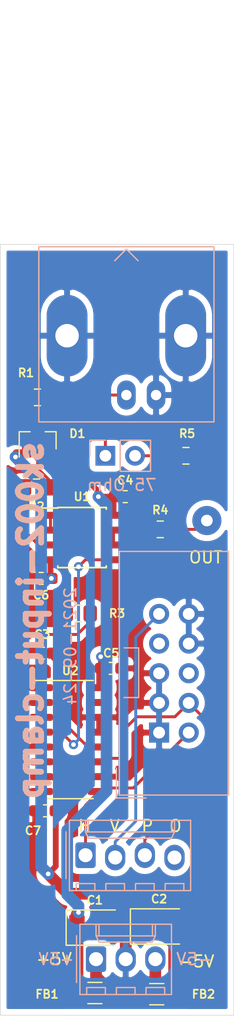
<source format=kicad_pcb>
(kicad_pcb (version 20171130) (host pcbnew "(5.1.5-0-10_14)")

  (general
    (thickness 1.6)
    (drawings 16)
    (tracks 128)
    (zones 0)
    (modules 23)
    (nets 19)
  )

  (page A4)
  (layers
    (0 F.Cu signal)
    (31 B.Cu signal)
    (32 B.Adhes user)
    (33 F.Adhes user)
    (34 B.Paste user)
    (35 F.Paste user)
    (36 B.SilkS user)
    (37 F.SilkS user)
    (38 B.Mask user)
    (39 F.Mask user)
    (40 Dwgs.User user)
    (41 Cmts.User user)
    (42 Eco1.User user)
    (43 Eco2.User user)
    (44 Edge.Cuts user)
    (45 Margin user)
    (46 B.CrtYd user)
    (47 F.CrtYd user)
    (48 B.Fab user)
    (49 F.Fab user)
  )

  (setup
    (last_trace_width 0.25)
    (user_trace_width 0.5)
    (user_trace_width 1)
    (trace_clearance 0.2)
    (zone_clearance 0.508)
    (zone_45_only no)
    (trace_min 0.2)
    (via_size 0.8)
    (via_drill 0.4)
    (via_min_size 0.4)
    (via_min_drill 0.3)
    (uvia_size 0.3)
    (uvia_drill 0.1)
    (uvias_allowed no)
    (uvia_min_size 0.2)
    (uvia_min_drill 0.1)
    (edge_width 0.05)
    (segment_width 0.2)
    (pcb_text_width 0.3)
    (pcb_text_size 1.5 1.5)
    (mod_edge_width 0.12)
    (mod_text_size 1 1)
    (mod_text_width 0.15)
    (pad_size 1.524 1.524)
    (pad_drill 0.762)
    (pad_to_mask_clearance 0.051)
    (solder_mask_min_width 0.25)
    (aux_axis_origin 0 0)
    (visible_elements FFFFFF7F)
    (pcbplotparams
      (layerselection 0x00000_7fffffff)
      (usegerberextensions false)
      (usegerberattributes false)
      (usegerberadvancedattributes false)
      (creategerberjobfile false)
      (excludeedgelayer true)
      (linewidth 0.100000)
      (plotframeref false)
      (viasonmask false)
      (mode 1)
      (useauxorigin false)
      (hpglpennumber 1)
      (hpglpenspeed 20)
      (hpglpendiameter 15.000000)
      (psnegative false)
      (psa4output false)
      (plotreference true)
      (plotvalue true)
      (plotinvisibletext false)
      (padsonsilk false)
      (subtractmaskfromsilk false)
      (outputformat 3)
      (mirror false)
      (drillshape 0)
      (scaleselection 1)
      (outputdirectory ""))
  )

  (net 0 "")
  (net 1 GND)
  (net 2 +5V)
  (net 3 -5V)
  (net 4 "Net-(FB1-Pad2)")
  (net 5 "Net-(FB2-Pad2)")
  (net 6 hsync)
  (net 7 porch)
  (net 8 vsync)
  (net 9 /clamped)
  (net 10 "Net-(J4-Pad1)")
  (net 11 "Net-(C3-Pad2)")
  (net 12 "Net-(C3-Pad1)")
  (net 13 "Net-(D1-Pad3)")
  (net 14 "Net-(J5-Pad1)")
  (net 15 "Net-(R2-Pad2)")
  (net 16 "Net-(R3-Pad2)")
  (net 17 "Net-(R4-Pad1)")
  (net 18 "Net-(R5-Pad2)")

  (net_class Default "This is the default net class."
    (clearance 0.2)
    (trace_width 0.25)
    (via_dia 0.8)
    (via_drill 0.4)
    (uvia_dia 0.3)
    (uvia_drill 0.1)
    (add_net +5V)
    (add_net -5V)
    (add_net /clamped)
    (add_net GND)
    (add_net "Net-(C3-Pad1)")
    (add_net "Net-(C3-Pad2)")
    (add_net "Net-(D1-Pad3)")
    (add_net "Net-(FB1-Pad2)")
    (add_net "Net-(FB2-Pad2)")
    (add_net "Net-(J4-Pad1)")
    (add_net "Net-(J5-Pad1)")
    (add_net "Net-(R2-Pad2)")
    (add_net "Net-(R3-Pad2)")
    (add_net "Net-(R4-Pad1)")
    (add_net "Net-(R5-Pad2)")
    (add_net hsync)
    (add_net porch)
    (add_net vsync)
  )

  (module synkie_footprints:Solderpad_1mm (layer F.Cu) (tedit 5C6B1640) (tstamp 614EA0C6)
    (at 80.2 73.9)
    (path /615B8C52)
    (fp_text reference J5 (at 0 1.778) (layer F.SilkS) hide
      (effects (font (size 0.7 0.7) (thickness 0.15)))
    )
    (fp_text value OUT (at 0 -2.032) (layer F.Fab)
      (effects (font (size 1 1) (thickness 0.15)))
    )
    (pad 1 thru_hole circle (at -0.508 -0.254) (size 2.5 2.5) (drill 1) (layers *.Cu *.Mask)
      (net 14 "Net-(J5-Pad1)"))
  )

  (module synkie_footprints:Molex_KK-254_AE-6410-04A_1x04_P2.54mm_Vertical (layer B.Cu) (tedit 5E9C417F) (tstamp 614E8781)
    (at 69.3 102.3)
    (descr "Molex KK-254 Interconnect System, old/engineering part number: AE-6410-04A example for new part number: 22-27-2041, 4 Pins (http://www.molex.com/pdm_docs/sd/022272021_sd.pdf), generated with kicad-footprint-generator")
    (tags "connector Molex KK-254 side entry")
    (path /615A67E9)
    (fp_text reference J3 (at 3.81 4.12) (layer B.SilkS) hide
      (effects (font (size 0.7 0.7) (thickness 0.15)) (justify mirror))
    )
    (fp_text value Conn_01x04 (at 3.81 -4.08) (layer B.Fab)
      (effects (font (size 1 1) (thickness 0.15)) (justify mirror))
    )
    (fp_line (start -1.27 2.92) (end -1.27 -2.88) (layer B.Fab) (width 0.1))
    (fp_line (start -1.27 -2.88) (end 8.89 -2.88) (layer B.Fab) (width 0.1))
    (fp_line (start 8.89 -2.88) (end 8.89 2.92) (layer B.Fab) (width 0.1))
    (fp_line (start 8.89 2.92) (end -1.27 2.92) (layer B.Fab) (width 0.1))
    (fp_line (start -1.38 3.03) (end -1.38 -2.99) (layer B.SilkS) (width 0.12))
    (fp_line (start -1.38 -2.99) (end 9 -2.99) (layer B.SilkS) (width 0.12))
    (fp_line (start 9 -2.99) (end 9 3.03) (layer B.SilkS) (width 0.12))
    (fp_line (start 9 3.03) (end -1.38 3.03) (layer B.SilkS) (width 0.12))
    (fp_line (start -1.67 2) (end -1.67 -2) (layer B.SilkS) (width 0.12))
    (fp_line (start -1.27 0.5) (end -0.562893 0) (layer B.Fab) (width 0.1))
    (fp_line (start -0.562893 0) (end -1.27 -0.5) (layer B.Fab) (width 0.1))
    (fp_line (start 0 -2.99) (end 0 -1.99) (layer B.SilkS) (width 0.12))
    (fp_line (start 0 -1.99) (end 7.62 -1.99) (layer B.SilkS) (width 0.12))
    (fp_line (start 7.62 -1.99) (end 7.62 -2.99) (layer B.SilkS) (width 0.12))
    (fp_line (start 0 -1.99) (end 0.25 -1.46) (layer B.SilkS) (width 0.12))
    (fp_line (start 0.25 -1.46) (end 7.37 -1.46) (layer B.SilkS) (width 0.12))
    (fp_line (start 7.37 -1.46) (end 7.62 -1.99) (layer B.SilkS) (width 0.12))
    (fp_line (start 0.25 -2.99) (end 0.25 -1.99) (layer B.SilkS) (width 0.12))
    (fp_line (start 7.37 -2.99) (end 7.37 -1.99) (layer B.SilkS) (width 0.12))
    (fp_line (start -0.8 3.03) (end -0.8 2.43) (layer B.SilkS) (width 0.12))
    (fp_line (start -0.8 2.43) (end 0.8 2.43) (layer B.SilkS) (width 0.12))
    (fp_line (start 0.8 2.43) (end 0.8 3.03) (layer B.SilkS) (width 0.12))
    (fp_line (start 1.74 3.03) (end 1.74 2.43) (layer B.SilkS) (width 0.12))
    (fp_line (start 1.74 2.43) (end 3.34 2.43) (layer B.SilkS) (width 0.12))
    (fp_line (start 3.34 2.43) (end 3.34 3.03) (layer B.SilkS) (width 0.12))
    (fp_line (start 4.28 3.03) (end 4.28 2.43) (layer B.SilkS) (width 0.12))
    (fp_line (start 4.28 2.43) (end 5.88 2.43) (layer B.SilkS) (width 0.12))
    (fp_line (start 5.88 2.43) (end 5.88 3.03) (layer B.SilkS) (width 0.12))
    (fp_line (start 6.82 3.03) (end 6.82 2.43) (layer B.SilkS) (width 0.12))
    (fp_line (start 6.82 2.43) (end 8.42 2.43) (layer B.SilkS) (width 0.12))
    (fp_line (start 8.42 2.43) (end 8.42 3.03) (layer B.SilkS) (width 0.12))
    (fp_line (start -1.77 3.42) (end -1.77 -3.38) (layer B.CrtYd) (width 0.05))
    (fp_line (start -1.77 -3.38) (end 9.39 -3.38) (layer B.CrtYd) (width 0.05))
    (fp_line (start 9.39 -3.38) (end 9.39 3.42) (layer B.CrtYd) (width 0.05))
    (fp_line (start 9.39 3.42) (end -1.77 3.42) (layer B.CrtYd) (width 0.05))
    (fp_text user %R (at 3.81 2.22) (layer B.Fab)
      (effects (font (size 0.7 0.7) (thickness 0.15)) (justify mirror))
    )
    (pad 1 thru_hole roundrect (at 0 0) (size 1.74 2.2) (drill 1.2) (layers *.Cu *.Mask) (roundrect_rratio 0.143678)
      (net 6 hsync))
    (pad 2 thru_hole oval (at 2.54 0.2) (size 1.74 2.2) (drill 1.2) (layers *.Cu *.Mask)
      (net 8 vsync))
    (pad 3 thru_hole oval (at 5.08 0) (size 1.74 2.2) (drill 1.2) (layers *.Cu *.Mask)
      (net 7 porch))
    (pad 4 thru_hole oval (at 7.62 0.2) (size 1.74 2.2) (drill 1.2) (layers *.Cu *.Mask))
    (model ${KISYS3DMOD}/Connector_Molex.3dshapes/Molex_KK-254_AE-6410-04A_1x04_P2.54mm_Vertical.wrl
      (at (xyz 0 0 0))
      (scale (xyz 1 1 1))
      (rotate (xyz 0 0 0))
    )
  )

  (module Package_SO:SOIC-16_3.9x9.9mm_P1.27mm (layer F.Cu) (tedit 5D9F72B1) (tstamp 614E7FD7)
    (at 68 92.4)
    (descr "SOIC, 16 Pin (JEDEC MS-012AC, https://www.analog.com/media/en/package-pcb-resources/package/pkg_pdf/soic_narrow-r/r_16.pdf), generated with kicad-footprint-generator ipc_gullwing_generator.py")
    (tags "SOIC SO")
    (path /5FEA7AC1)
    (attr smd)
    (fp_text reference U2 (at 0 -5.9) (layer F.SilkS)
      (effects (font (size 0.7 0.7) (thickness 0.15)))
    )
    (fp_text value 4053 (at 0 5.9) (layer F.Fab)
      (effects (font (size 1 1) (thickness 0.15)))
    )
    (fp_text user %R (at 0 0) (layer F.Fab)
      (effects (font (size 0.7 0.7) (thickness 0.15)))
    )
    (fp_line (start 3.7 -5.2) (end -3.7 -5.2) (layer F.CrtYd) (width 0.05))
    (fp_line (start 3.7 5.2) (end 3.7 -5.2) (layer F.CrtYd) (width 0.05))
    (fp_line (start -3.7 5.2) (end 3.7 5.2) (layer F.CrtYd) (width 0.05))
    (fp_line (start -3.7 -5.2) (end -3.7 5.2) (layer F.CrtYd) (width 0.05))
    (fp_line (start -1.95 -3.975) (end -0.975 -4.95) (layer F.Fab) (width 0.1))
    (fp_line (start -1.95 4.95) (end -1.95 -3.975) (layer F.Fab) (width 0.1))
    (fp_line (start 1.95 4.95) (end -1.95 4.95) (layer F.Fab) (width 0.1))
    (fp_line (start 1.95 -4.95) (end 1.95 4.95) (layer F.Fab) (width 0.1))
    (fp_line (start -0.975 -4.95) (end 1.95 -4.95) (layer F.Fab) (width 0.1))
    (fp_line (start 0 -5.06) (end -3.45 -5.06) (layer F.SilkS) (width 0.12))
    (fp_line (start 0 -5.06) (end 1.95 -5.06) (layer F.SilkS) (width 0.12))
    (fp_line (start 0 5.06) (end -1.95 5.06) (layer F.SilkS) (width 0.12))
    (fp_line (start 0 5.06) (end 1.95 5.06) (layer F.SilkS) (width 0.12))
    (pad 16 smd roundrect (at 2.475 -4.445) (size 1.95 0.6) (layers F.Cu F.Paste F.Mask) (roundrect_rratio 0.25)
      (net 2 +5V))
    (pad 15 smd roundrect (at 2.475 -3.175) (size 1.95 0.6) (layers F.Cu F.Paste F.Mask) (roundrect_rratio 0.25))
    (pad 14 smd roundrect (at 2.475 -1.905) (size 1.95 0.6) (layers F.Cu F.Paste F.Mask) (roundrect_rratio 0.25)
      (net 1 GND))
    (pad 13 smd roundrect (at 2.475 -0.635) (size 1.95 0.6) (layers F.Cu F.Paste F.Mask) (roundrect_rratio 0.25)
      (net 1 GND))
    (pad 12 smd roundrect (at 2.475 0.635) (size 1.95 0.6) (layers F.Cu F.Paste F.Mask) (roundrect_rratio 0.25)
      (net 12 "Net-(C3-Pad1)"))
    (pad 11 smd roundrect (at 2.475 1.905) (size 1.95 0.6) (layers F.Cu F.Paste F.Mask) (roundrect_rratio 0.25)
      (net 7 porch))
    (pad 10 smd roundrect (at 2.475 3.175) (size 1.95 0.6) (layers F.Cu F.Paste F.Mask) (roundrect_rratio 0.25)
      (net 1 GND))
    (pad 9 smd roundrect (at 2.475 4.445) (size 1.95 0.6) (layers F.Cu F.Paste F.Mask) (roundrect_rratio 0.25)
      (net 6 hsync))
    (pad 8 smd roundrect (at -2.475 4.445) (size 1.95 0.6) (layers F.Cu F.Paste F.Mask) (roundrect_rratio 0.25)
      (net 1 GND))
    (pad 7 smd roundrect (at -2.475 3.175) (size 1.95 0.6) (layers F.Cu F.Paste F.Mask) (roundrect_rratio 0.25)
      (net 3 -5V))
    (pad 6 smd roundrect (at -2.475 1.905) (size 1.95 0.6) (layers F.Cu F.Paste F.Mask) (roundrect_rratio 0.25)
      (net 1 GND))
    (pad 5 smd roundrect (at -2.475 0.635) (size 1.95 0.6) (layers F.Cu F.Paste F.Mask) (roundrect_rratio 0.25)
      (net 1 GND))
    (pad 4 smd roundrect (at -2.475 -0.635) (size 1.95 0.6) (layers F.Cu F.Paste F.Mask) (roundrect_rratio 0.25)
      (net 9 /clamped))
    (pad 3 smd roundrect (at -2.475 -1.905) (size 1.95 0.6) (layers F.Cu F.Paste F.Mask) (roundrect_rratio 0.25)
      (net 12 "Net-(C3-Pad1)"))
    (pad 2 smd roundrect (at -2.475 -3.175) (size 1.95 0.6) (layers F.Cu F.Paste F.Mask) (roundrect_rratio 0.25)
      (net 1 GND))
    (pad 1 smd roundrect (at -2.475 -4.445) (size 1.95 0.6) (layers F.Cu F.Paste F.Mask) (roundrect_rratio 0.25)
      (net 1 GND))
    (model ${KISYS3DMOD}/Package_SO.3dshapes/SOIC-16_3.9x9.9mm_P1.27mm.wrl
      (at (xyz 0 0 0))
      (scale (xyz 1 1 1))
      (rotate (xyz 0 0 0))
    )
  )

  (module synkie_footprints:SOIC-8_3.9x4.9mm_P1.27mm (layer F.Cu) (tedit 5A02F2D3) (tstamp 614E7FB5)
    (at 69 75.1)
    (descr "8-Lead Plastic Small Outline (SN) - Narrow, 3.90 mm Body [SOIC] (see Microchip Packaging Specification 00000049BS.pdf)")
    (tags "SOIC 1.27")
    (path /5FEA7A3C)
    (attr smd)
    (fp_text reference U1 (at 0 -3.5) (layer F.SilkS)
      (effects (font (size 0.7 0.7) (thickness 0.15)))
    )
    (fp_text value LMH6643 (at 0 3.5) (layer F.Fab)
      (effects (font (size 1 1) (thickness 0.15)))
    )
    (fp_line (start -2.075 -2.525) (end -3.475 -2.525) (layer F.SilkS) (width 0.15))
    (fp_line (start -2.075 2.575) (end 2.075 2.575) (layer F.SilkS) (width 0.15))
    (fp_line (start -2.075 -2.575) (end 2.075 -2.575) (layer F.SilkS) (width 0.15))
    (fp_line (start -2.075 2.575) (end -2.075 2.43) (layer F.SilkS) (width 0.15))
    (fp_line (start 2.075 2.575) (end 2.075 2.43) (layer F.SilkS) (width 0.15))
    (fp_line (start 2.075 -2.575) (end 2.075 -2.43) (layer F.SilkS) (width 0.15))
    (fp_line (start -2.075 -2.575) (end -2.075 -2.525) (layer F.SilkS) (width 0.15))
    (fp_line (start -3.73 2.7) (end 3.73 2.7) (layer F.CrtYd) (width 0.05))
    (fp_line (start -3.73 -2.7) (end 3.73 -2.7) (layer F.CrtYd) (width 0.05))
    (fp_line (start 3.73 -2.7) (end 3.73 2.7) (layer F.CrtYd) (width 0.05))
    (fp_line (start -3.73 -2.7) (end -3.73 2.7) (layer F.CrtYd) (width 0.05))
    (fp_line (start -1.95 -1.45) (end -0.95 -2.45) (layer F.Fab) (width 0.1))
    (fp_line (start -1.95 2.45) (end -1.95 -1.45) (layer F.Fab) (width 0.1))
    (fp_line (start 1.95 2.45) (end -1.95 2.45) (layer F.Fab) (width 0.1))
    (fp_line (start 1.95 -2.45) (end 1.95 2.45) (layer F.Fab) (width 0.1))
    (fp_line (start -0.95 -2.45) (end 1.95 -2.45) (layer F.Fab) (width 0.1))
    (fp_text user %R (at 0 0) (layer F.Fab)
      (effects (font (size 0.7 0.7) (thickness 0.15)))
    )
    (pad 8 smd rect (at 2.7 -1.905) (size 1.55 0.6) (layers F.Cu F.Paste F.Mask)
      (net 2 +5V))
    (pad 7 smd rect (at 2.7 -0.635) (size 1.55 0.6) (layers F.Cu F.Paste F.Mask)
      (net 17 "Net-(R4-Pad1)"))
    (pad 6 smd rect (at 2.7 0.635) (size 1.55 0.6) (layers F.Cu F.Paste F.Mask)
      (net 17 "Net-(R4-Pad1)"))
    (pad 5 smd rect (at 2.7 1.905) (size 1.55 0.6) (layers F.Cu F.Paste F.Mask)
      (net 9 /clamped))
    (pad 4 smd rect (at -2.7 1.905) (size 1.55 0.6) (layers F.Cu F.Paste F.Mask)
      (net 3 -5V))
    (pad 3 smd rect (at -2.7 0.635) (size 1.55 0.6) (layers F.Cu F.Paste F.Mask)
      (net 15 "Net-(R2-Pad2)"))
    (pad 2 smd rect (at -2.7 -0.635) (size 1.55 0.6) (layers F.Cu F.Paste F.Mask)
      (net 16 "Net-(R3-Pad2)"))
    (pad 1 smd rect (at -2.7 -1.905) (size 1.55 0.6) (layers F.Cu F.Paste F.Mask)
      (net 16 "Net-(R3-Pad2)"))
    (model ${KISYS3DMOD}/Package_SO.3dshapes/SOIC-8_3.9x4.9mm_P1.27mm.wrl
      (at (xyz 0 0 0))
      (scale (xyz 1 1 1))
      (rotate (xyz 0 0 0))
    )
  )

  (module synkie_footprints:PinHeader_1x02_P2.54mm_Vertical (layer B.Cu) (tedit 59FED5CC) (tstamp 614E7F98)
    (at 71 68.1 270)
    (descr "Through hole straight pin header, 1x02, 2.54mm pitch, single row")
    (tags "Through hole pin header THT 1x02 2.54mm single row")
    (path /6159188A)
    (fp_text reference SW1 (at 0 2.33 90) (layer B.SilkS) hide
      (effects (font (size 0.7 0.7) (thickness 0.15)) (justify mirror))
    )
    (fp_text value SW_SPST (at 0 -4.87 90) (layer B.Fab)
      (effects (font (size 1 1) (thickness 0.15)) (justify mirror))
    )
    (fp_text user %R (at 0 -1.27 180) (layer B.Fab)
      (effects (font (size 0.7 0.7) (thickness 0.15)) (justify mirror))
    )
    (fp_line (start 1.8 1.8) (end -1.8 1.8) (layer B.CrtYd) (width 0.05))
    (fp_line (start 1.8 -4.35) (end 1.8 1.8) (layer B.CrtYd) (width 0.05))
    (fp_line (start -1.8 -4.35) (end 1.8 -4.35) (layer B.CrtYd) (width 0.05))
    (fp_line (start -1.8 1.8) (end -1.8 -4.35) (layer B.CrtYd) (width 0.05))
    (fp_line (start -1.33 1.33) (end 0 1.33) (layer B.SilkS) (width 0.12))
    (fp_line (start -1.33 0) (end -1.33 1.33) (layer B.SilkS) (width 0.12))
    (fp_line (start -1.33 -1.27) (end 1.33 -1.27) (layer B.SilkS) (width 0.12))
    (fp_line (start 1.33 -1.27) (end 1.33 -3.87) (layer B.SilkS) (width 0.12))
    (fp_line (start -1.33 -1.27) (end -1.33 -3.87) (layer B.SilkS) (width 0.12))
    (fp_line (start -1.33 -3.87) (end 1.33 -3.87) (layer B.SilkS) (width 0.12))
    (fp_line (start -1.27 0.635) (end -0.635 1.27) (layer B.Fab) (width 0.1))
    (fp_line (start -1.27 -3.81) (end -1.27 0.635) (layer B.Fab) (width 0.1))
    (fp_line (start 1.27 -3.81) (end -1.27 -3.81) (layer B.Fab) (width 0.1))
    (fp_line (start 1.27 1.27) (end 1.27 -3.81) (layer B.Fab) (width 0.1))
    (fp_line (start -0.635 1.27) (end 1.27 1.27) (layer B.Fab) (width 0.1))
    (pad 2 thru_hole oval (at 0 -2.54 270) (size 1.7 1.7) (drill 1) (layers *.Cu *.Mask)
      (net 18 "Net-(R5-Pad2)"))
    (pad 1 thru_hole rect (at 0 0 270) (size 1.7 1.7) (drill 1) (layers *.Cu *.Mask)
      (net 10 "Net-(J4-Pad1)"))
    (model ${KISYS3DMOD}/Connector_PinHeader_2.54mm.3dshapes/PinHeader_1x02_P2.54mm_Vertical.wrl
      (at (xyz 0 0 0))
      (scale (xyz 1 1 1))
      (rotate (xyz 0 0 0))
    )
  )

  (module synkie_footprints:R_0805_2012Metric_Pad1.15x1.40mm_HandSolder (layer F.Cu) (tedit 5B36C52B) (tstamp 614E7F82)
    (at 75.7 74.4)
    (descr "Resistor SMD 0805 (2012 Metric), square (rectangular) end terminal, IPC_7351 nominal with elongated pad for handsoldering. (Body size source: https://docs.google.com/spreadsheets/d/1BsfQQcO9C6DZCsRaXUlFlo91Tg2WpOkGARC1WS5S8t0/edit?usp=sharing), generated with kicad-footprint-generator")
    (tags "resistor handsolder")
    (path /5FEA7A70)
    (attr smd)
    (fp_text reference R4 (at 0 -1.65) (layer F.SilkS)
      (effects (font (size 0.7 0.7) (thickness 0.15)))
    )
    (fp_text value 75 (at 0 1.65) (layer F.Fab)
      (effects (font (size 1 1) (thickness 0.15)))
    )
    (fp_text user %R (at 0 0) (layer F.Fab)
      (effects (font (size 0.7 0.7) (thickness 0.08)))
    )
    (fp_line (start 1.85 0.95) (end -1.85 0.95) (layer F.CrtYd) (width 0.05))
    (fp_line (start 1.85 -0.95) (end 1.85 0.95) (layer F.CrtYd) (width 0.05))
    (fp_line (start -1.85 -0.95) (end 1.85 -0.95) (layer F.CrtYd) (width 0.05))
    (fp_line (start -1.85 0.95) (end -1.85 -0.95) (layer F.CrtYd) (width 0.05))
    (fp_line (start -0.261252 0.71) (end 0.261252 0.71) (layer F.SilkS) (width 0.12))
    (fp_line (start -0.261252 -0.71) (end 0.261252 -0.71) (layer F.SilkS) (width 0.12))
    (fp_line (start 1 0.6) (end -1 0.6) (layer F.Fab) (width 0.1))
    (fp_line (start 1 -0.6) (end 1 0.6) (layer F.Fab) (width 0.1))
    (fp_line (start -1 -0.6) (end 1 -0.6) (layer F.Fab) (width 0.1))
    (fp_line (start -1 0.6) (end -1 -0.6) (layer F.Fab) (width 0.1))
    (pad 2 smd roundrect (at 1.025 0) (size 1.15 1.4) (layers F.Cu F.Paste F.Mask) (roundrect_rratio 0.217391)
      (net 14 "Net-(J5-Pad1)"))
    (pad 1 smd roundrect (at -1.025 0) (size 1.15 1.4) (layers F.Cu F.Paste F.Mask) (roundrect_rratio 0.217391)
      (net 17 "Net-(R4-Pad1)"))
    (model ${KISYS3DMOD}/Resistor_SMD.3dshapes/R_0805_2012Metric.wrl
      (at (xyz 0 0 0))
      (scale (xyz 1 1 1))
      (rotate (xyz 0 0 0))
    )
  )

  (module synkie_footprints:R_0805_2012Metric_Pad1.15x1.40mm_HandSolder (layer F.Cu) (tedit 5B36C52B) (tstamp 614E7F60)
    (at 77.9 68.1 180)
    (descr "Resistor SMD 0805 (2012 Metric), square (rectangular) end terminal, IPC_7351 nominal with elongated pad for handsoldering. (Body size source: https://docs.google.com/spreadsheets/d/1BsfQQcO9C6DZCsRaXUlFlo91Tg2WpOkGARC1WS5S8t0/edit?usp=sharing), generated with kicad-footprint-generator")
    (tags "resistor handsolder")
    (path /5FEA7A0E)
    (attr smd)
    (fp_text reference R5 (at -0.1 1.9) (layer F.SilkS)
      (effects (font (size 0.7 0.7) (thickness 0.15)))
    )
    (fp_text value 75 (at 0 1.65) (layer F.Fab)
      (effects (font (size 1 1) (thickness 0.15)))
    )
    (fp_text user %R (at 0 0) (layer F.Fab)
      (effects (font (size 0.7 0.7) (thickness 0.08)))
    )
    (fp_line (start 1.85 0.95) (end -1.85 0.95) (layer F.CrtYd) (width 0.05))
    (fp_line (start 1.85 -0.95) (end 1.85 0.95) (layer F.CrtYd) (width 0.05))
    (fp_line (start -1.85 -0.95) (end 1.85 -0.95) (layer F.CrtYd) (width 0.05))
    (fp_line (start -1.85 0.95) (end -1.85 -0.95) (layer F.CrtYd) (width 0.05))
    (fp_line (start -0.261252 0.71) (end 0.261252 0.71) (layer F.SilkS) (width 0.12))
    (fp_line (start -0.261252 -0.71) (end 0.261252 -0.71) (layer F.SilkS) (width 0.12))
    (fp_line (start 1 0.6) (end -1 0.6) (layer F.Fab) (width 0.1))
    (fp_line (start 1 -0.6) (end 1 0.6) (layer F.Fab) (width 0.1))
    (fp_line (start -1 -0.6) (end 1 -0.6) (layer F.Fab) (width 0.1))
    (fp_line (start -1 0.6) (end -1 -0.6) (layer F.Fab) (width 0.1))
    (pad 2 smd roundrect (at 1.025 0 180) (size 1.15 1.4) (layers F.Cu F.Paste F.Mask) (roundrect_rratio 0.217391)
      (net 18 "Net-(R5-Pad2)"))
    (pad 1 smd roundrect (at -1.025 0 180) (size 1.15 1.4) (layers F.Cu F.Paste F.Mask) (roundrect_rratio 0.217391)
      (net 1 GND))
    (model ${KISYS3DMOD}/Resistor_SMD.3dshapes/R_0805_2012Metric.wrl
      (at (xyz 0 0 0))
      (scale (xyz 1 1 1))
      (rotate (xyz 0 0 0))
    )
  )

  (module synkie_footprints:R_0805_2012Metric_Pad1.15x1.40mm_HandSolder (layer F.Cu) (tedit 5B36C52B) (tstamp 614E7F4F)
    (at 68.675 81.6 180)
    (descr "Resistor SMD 0805 (2012 Metric), square (rectangular) end terminal, IPC_7351 nominal with elongated pad for handsoldering. (Body size source: https://docs.google.com/spreadsheets/d/1BsfQQcO9C6DZCsRaXUlFlo91Tg2WpOkGARC1WS5S8t0/edit?usp=sharing), generated with kicad-footprint-generator")
    (tags "resistor handsolder")
    (path /5FEA7A9E)
    (attr smd)
    (fp_text reference R3 (at -3.325 0) (layer F.SilkS)
      (effects (font (size 0.7 0.7) (thickness 0.15)))
    )
    (fp_text value 75 (at 0 1.65) (layer F.Fab)
      (effects (font (size 1 1) (thickness 0.15)))
    )
    (fp_text user %R (at 0 0) (layer F.Fab)
      (effects (font (size 0.7 0.7) (thickness 0.08)))
    )
    (fp_line (start 1.85 0.95) (end -1.85 0.95) (layer F.CrtYd) (width 0.05))
    (fp_line (start 1.85 -0.95) (end 1.85 0.95) (layer F.CrtYd) (width 0.05))
    (fp_line (start -1.85 -0.95) (end 1.85 -0.95) (layer F.CrtYd) (width 0.05))
    (fp_line (start -1.85 0.95) (end -1.85 -0.95) (layer F.CrtYd) (width 0.05))
    (fp_line (start -0.261252 0.71) (end 0.261252 0.71) (layer F.SilkS) (width 0.12))
    (fp_line (start -0.261252 -0.71) (end 0.261252 -0.71) (layer F.SilkS) (width 0.12))
    (fp_line (start 1 0.6) (end -1 0.6) (layer F.Fab) (width 0.1))
    (fp_line (start 1 -0.6) (end 1 0.6) (layer F.Fab) (width 0.1))
    (fp_line (start -1 -0.6) (end 1 -0.6) (layer F.Fab) (width 0.1))
    (fp_line (start -1 0.6) (end -1 -0.6) (layer F.Fab) (width 0.1))
    (pad 2 smd roundrect (at 1.025 0 180) (size 1.15 1.4) (layers F.Cu F.Paste F.Mask) (roundrect_rratio 0.217391)
      (net 16 "Net-(R3-Pad2)"))
    (pad 1 smd roundrect (at -1.025 0 180) (size 1.15 1.4) (layers F.Cu F.Paste F.Mask) (roundrect_rratio 0.217391)
      (net 11 "Net-(C3-Pad2)"))
    (model ${KISYS3DMOD}/Resistor_SMD.3dshapes/R_0805_2012Metric.wrl
      (at (xyz 0 0 0))
      (scale (xyz 1 1 1))
      (rotate (xyz 0 0 0))
    )
  )

  (module synkie_footprints:R_0805_2012Metric_Pad1.15x1.40mm_HandSolder (layer F.Cu) (tedit 5B36C52B) (tstamp 614E9132)
    (at 65.1 70.8 180)
    (descr "Resistor SMD 0805 (2012 Metric), square (rectangular) end terminal, IPC_7351 nominal with elongated pad for handsoldering. (Body size source: https://docs.google.com/spreadsheets/d/1BsfQQcO9C6DZCsRaXUlFlo91Tg2WpOkGARC1WS5S8t0/edit?usp=sharing), generated with kicad-footprint-generator")
    (tags "resistor handsolder")
    (path /5FEA7A35)
    (attr smd)
    (fp_text reference R2 (at 0 -1.65) (layer F.SilkS)
      (effects (font (size 0.7 0.7) (thickness 0.15)))
    )
    (fp_text value 75 (at 0 1.65) (layer F.Fab)
      (effects (font (size 1 1) (thickness 0.15)))
    )
    (fp_text user %R (at 0 0) (layer F.Fab)
      (effects (font (size 0.7 0.7) (thickness 0.08)))
    )
    (fp_line (start 1.85 0.95) (end -1.85 0.95) (layer F.CrtYd) (width 0.05))
    (fp_line (start 1.85 -0.95) (end 1.85 0.95) (layer F.CrtYd) (width 0.05))
    (fp_line (start -1.85 -0.95) (end 1.85 -0.95) (layer F.CrtYd) (width 0.05))
    (fp_line (start -1.85 0.95) (end -1.85 -0.95) (layer F.CrtYd) (width 0.05))
    (fp_line (start -0.261252 0.71) (end 0.261252 0.71) (layer F.SilkS) (width 0.12))
    (fp_line (start -0.261252 -0.71) (end 0.261252 -0.71) (layer F.SilkS) (width 0.12))
    (fp_line (start 1 0.6) (end -1 0.6) (layer F.Fab) (width 0.1))
    (fp_line (start 1 -0.6) (end 1 0.6) (layer F.Fab) (width 0.1))
    (fp_line (start -1 -0.6) (end 1 -0.6) (layer F.Fab) (width 0.1))
    (fp_line (start -1 0.6) (end -1 -0.6) (layer F.Fab) (width 0.1))
    (pad 2 smd roundrect (at 1.025 0 180) (size 1.15 1.4) (layers F.Cu F.Paste F.Mask) (roundrect_rratio 0.217391)
      (net 15 "Net-(R2-Pad2)"))
    (pad 1 smd roundrect (at -1.025 0 180) (size 1.15 1.4) (layers F.Cu F.Paste F.Mask) (roundrect_rratio 0.217391)
      (net 13 "Net-(D1-Pad3)"))
    (model ${KISYS3DMOD}/Resistor_SMD.3dshapes/R_0805_2012Metric.wrl
      (at (xyz 0 0 0))
      (scale (xyz 1 1 1))
      (rotate (xyz 0 0 0))
    )
  )

  (module synkie_footprints:R_0805_2012Metric_Pad1.15x1.40mm_HandSolder (layer F.Cu) (tedit 5B36C52B) (tstamp 614E7F2D)
    (at 65.175 63.1 180)
    (descr "Resistor SMD 0805 (2012 Metric), square (rectangular) end terminal, IPC_7351 nominal with elongated pad for handsoldering. (Body size source: https://docs.google.com/spreadsheets/d/1BsfQQcO9C6DZCsRaXUlFlo91Tg2WpOkGARC1WS5S8t0/edit?usp=sharing), generated with kicad-footprint-generator")
    (tags "resistor handsolder")
    (path /5FEA7A1B)
    (attr smd)
    (fp_text reference R1 (at 0.975 2.1) (layer F.SilkS)
      (effects (font (size 0.7 0.7) (thickness 0.15)))
    )
    (fp_text value 75 (at 0 1.65) (layer F.Fab)
      (effects (font (size 1 1) (thickness 0.15)))
    )
    (fp_text user %R (at 0 0) (layer F.Fab)
      (effects (font (size 0.7 0.7) (thickness 0.08)))
    )
    (fp_line (start 1.85 0.95) (end -1.85 0.95) (layer F.CrtYd) (width 0.05))
    (fp_line (start 1.85 -0.95) (end 1.85 0.95) (layer F.CrtYd) (width 0.05))
    (fp_line (start -1.85 -0.95) (end 1.85 -0.95) (layer F.CrtYd) (width 0.05))
    (fp_line (start -1.85 0.95) (end -1.85 -0.95) (layer F.CrtYd) (width 0.05))
    (fp_line (start -0.261252 0.71) (end 0.261252 0.71) (layer F.SilkS) (width 0.12))
    (fp_line (start -0.261252 -0.71) (end 0.261252 -0.71) (layer F.SilkS) (width 0.12))
    (fp_line (start 1 0.6) (end -1 0.6) (layer F.Fab) (width 0.1))
    (fp_line (start 1 -0.6) (end 1 0.6) (layer F.Fab) (width 0.1))
    (fp_line (start -1 -0.6) (end 1 -0.6) (layer F.Fab) (width 0.1))
    (fp_line (start -1 0.6) (end -1 -0.6) (layer F.Fab) (width 0.1))
    (pad 2 smd roundrect (at 1.025 0 180) (size 1.15 1.4) (layers F.Cu F.Paste F.Mask) (roundrect_rratio 0.217391)
      (net 13 "Net-(D1-Pad3)"))
    (pad 1 smd roundrect (at -1.025 0 180) (size 1.15 1.4) (layers F.Cu F.Paste F.Mask) (roundrect_rratio 0.217391)
      (net 10 "Net-(J4-Pad1)"))
    (model ${KISYS3DMOD}/Resistor_SMD.3dshapes/R_0805_2012Metric.wrl
      (at (xyz 0 0 0))
      (scale (xyz 1 1 1))
      (rotate (xyz 0 0 0))
    )
  )

  (module synkie_footprints:IDC-Header_2x05_P2.54mm_Vertical (layer B.Cu) (tedit 5FCD2504) (tstamp 614E7F1C)
    (at 75.6 91.8)
    (descr "Through hole straight IDC box header, 2x05, 2.54mm pitch, double rows")
    (tags "Through hole IDC box header THT 2x05 2.54mm double row")
    (path /5FA506A0)
    (fp_text reference J2 (at 1.27 6.604) (layer B.SilkS) hide
      (effects (font (size 0.7 0.7) (thickness 0.15)) (justify mirror))
    )
    (fp_text value SYNC-BUS (at 1.27 -16.764) (layer B.Fab)
      (effects (font (size 1 1) (thickness 0.15)) (justify mirror))
    )
    (fp_line (start -1.75 -7.25) (end -3 -7.25) (layer B.SilkS) (width 0.12))
    (fp_line (start -1.75 -3) (end -1.75 -7.25) (layer B.SilkS) (width 0.12))
    (fp_line (start -3 -3) (end -1.75 -3) (layer B.SilkS) (width 0.12))
    (fp_text user %R (at 1.27 -5.08) (layer B.Fab)
      (effects (font (size 0.7 0.7) (thickness 0.15)) (justify mirror))
    )
    (fp_line (start 5.695 5.1) (end 5.695 -15.26) (layer B.Fab) (width 0.1))
    (fp_line (start 5.145 4.56) (end 5.145 -14.7) (layer B.Fab) (width 0.1))
    (fp_line (start -3.155 5.1) (end -3.155 -15.26) (layer B.Fab) (width 0.1))
    (fp_line (start -2.605 4.56) (end -2.605 -2.83) (layer B.Fab) (width 0.1))
    (fp_line (start -2.605 -7.33) (end -2.605 -14.7) (layer B.Fab) (width 0.1))
    (fp_line (start -2.605 -2.83) (end -3.155 -2.83) (layer B.Fab) (width 0.1))
    (fp_line (start -2.605 -7.33) (end -3.155 -7.33) (layer B.Fab) (width 0.1))
    (fp_line (start 5.695 5.1) (end -3.155 5.1) (layer B.Fab) (width 0.1))
    (fp_line (start 5.145 4.56) (end -2.605 4.56) (layer B.Fab) (width 0.1))
    (fp_line (start 5.695 -15.26) (end -3.155 -15.26) (layer B.Fab) (width 0.1))
    (fp_line (start 5.145 -14.7) (end -2.605 -14.7) (layer B.Fab) (width 0.1))
    (fp_line (start 5.695 5.1) (end 5.145 4.56) (layer B.Fab) (width 0.1))
    (fp_line (start 5.695 -15.26) (end 5.145 -14.7) (layer B.Fab) (width 0.1))
    (fp_line (start -3.155 5.1) (end -2.605 4.56) (layer B.Fab) (width 0.1))
    (fp_line (start -3.155 -15.26) (end -2.605 -14.7) (layer B.Fab) (width 0.1))
    (fp_line (start 5.95 5.35) (end 5.95 -15.51) (layer B.CrtYd) (width 0.05))
    (fp_line (start 5.95 -15.51) (end -3.41 -15.51) (layer B.CrtYd) (width 0.05))
    (fp_line (start -3.41 -15.51) (end -3.41 5.35) (layer B.CrtYd) (width 0.05))
    (fp_line (start -3.41 5.35) (end 5.95 5.35) (layer B.CrtYd) (width 0.05))
    (fp_line (start 5.945 5.35) (end 5.945 -15.51) (layer B.SilkS) (width 0.12))
    (fp_line (start 5.945 -15.51) (end -3.405 -15.51) (layer B.SilkS) (width 0.12))
    (fp_line (start -3.405 -15.51) (end -3.405 5.35) (layer B.SilkS) (width 0.12))
    (fp_line (start -3.405 5.35) (end 5.945 5.35) (layer B.SilkS) (width 0.12))
    (fp_line (start -3.655 5.6) (end -3.655 3.06) (layer B.SilkS) (width 0.12))
    (fp_line (start -3.655 5.6) (end -1.115 5.6) (layer B.SilkS) (width 0.12))
    (pad 1 thru_hole rect (at 0 0) (size 1.7272 1.7272) (drill 1.016) (layers *.Cu *.Mask)
      (net 1 GND))
    (pad 2 thru_hole oval (at 2.54 0) (size 1.7272 1.7272) (drill 1.016) (layers *.Cu *.Mask)
      (net 6 hsync))
    (pad 3 thru_hole oval (at 0 -2.54) (size 1.7272 1.7272) (drill 1.016) (layers *.Cu *.Mask)
      (net 1 GND))
    (pad 4 thru_hole oval (at 2.54 -2.54) (size 1.7272 1.7272) (drill 1.016) (layers *.Cu *.Mask)
      (net 7 porch))
    (pad 5 thru_hole oval (at 0 -5.08) (size 1.7272 1.7272) (drill 1.016) (layers *.Cu *.Mask)
      (net 1 GND))
    (pad 6 thru_hole oval (at 2.54 -5.08) (size 1.7272 1.7272) (drill 1.016) (layers *.Cu *.Mask))
    (pad 7 thru_hole oval (at 0 -7.62) (size 1.7272 1.7272) (drill 1.016) (layers *.Cu *.Mask))
    (pad 8 thru_hole oval (at 2.54 -7.62) (size 1.7272 1.7272) (drill 1.016) (layers *.Cu *.Mask)
      (net 1 GND))
    (pad 9 thru_hole oval (at 0 -10.16) (size 1.7272 1.7272) (drill 1.016) (layers *.Cu *.Mask)
      (net 8 vsync))
    (pad 10 thru_hole oval (at 2.54 -10.16) (size 1.7272 1.7272) (drill 1.016) (layers *.Cu *.Mask)
      (net 1 GND))
    (model ${KISYS3DMOD}/Connector_IDC.3dshapes/IDC-Header_2x05_P2.54mm_Vertical.wrl
      (at (xyz 0 0 0))
      (scale (xyz 1 1 1))
      (rotate (xyz 0 0 0))
    )
  )

  (module synkie_footprints:BNC_MOLEX_0731000080_Horizontal (layer B.Cu) (tedit 5FEC6A8C) (tstamp 614E7EF1)
    (at 72.8 62.9 180)
    (descr https://www.molex.com/pdm_docs/sd/731000080_sd.pdf)
    (tags "BNC Amphenol Horizontal")
    (path /6158DCF4)
    (fp_text reference J4 (at 0 -4) (layer B.SilkS) hide
      (effects (font (size 0.7 0.7) (thickness 0.15)) (justify mirror))
    )
    (fp_text value Conn_Coaxial (at 0 -6 180) (layer B.Fab)
      (effects (font (size 1 1) (thickness 0.15)) (justify mirror))
    )
    (fp_line (start -5 20) (end 5 21) (layer B.Fab) (width 0.1))
    (fp_line (start -5 19) (end 5 20) (layer B.Fab) (width 0.1))
    (fp_line (start -5 18) (end 5 19) (layer B.Fab) (width 0.1))
    (fp_line (start -5 17) (end 5 18) (layer B.Fab) (width 0.1))
    (fp_line (start -5 16) (end 5 17) (layer B.Fab) (width 0.1))
    (fp_line (start -5 15) (end 5 16) (layer B.Fab) (width 0.1))
    (fp_circle (center 0 28.07) (end 1 28.07) (layer B.Fab) (width 0.1))
    (fp_line (start 4.8 21.4) (end 4.8 33.3) (layer B.Fab) (width 0.1))
    (fp_line (start 4.8 33.3) (end -4.8 33.3) (layer B.Fab) (width 0.1))
    (fp_line (start -4.8 33.3) (end -4.8 21.4) (layer B.Fab) (width 0.1))
    (fp_line (start 6.35 12.7) (end 6.35 21.4) (layer B.Fab) (width 0.1))
    (fp_line (start 6.35 21.4) (end -6.35 21.4) (layer B.Fab) (width 0.1))
    (fp_line (start -6.35 21.4) (end -6.35 12.7) (layer B.Fab) (width 0.1))
    (fp_line (start -7.35 -2.2) (end 7.35 -2.2) (layer B.Fab) (width 0.1))
    (fp_line (start 7.35 -2.2) (end 7.35 12.7) (layer B.Fab) (width 0.1))
    (fp_line (start 7.35 12.7) (end -7.35 12.7) (layer B.Fab) (width 0.1))
    (fp_line (start -7.35 12.7) (end -7.35 -2.2) (layer B.Fab) (width 0.1))
    (fp_text user %R (at 0 0) (layer B.Fab)
      (effects (font (size 0.7 0.7) (thickness 0.15)) (justify mirror))
    )
    (fp_line (start -5 14) (end 5 15) (layer B.Fab) (width 0.1))
    (fp_line (start -7.5 12.7) (end 7.5 12.7) (layer B.SilkS) (width 0.12))
    (fp_line (start 7.5 12.7) (end 7.5 -2.3) (layer B.SilkS) (width 0.12))
    (fp_line (start 7.5 -2.3) (end -7.5 -2.3) (layer B.SilkS) (width 0.12))
    (fp_line (start -7.5 -2.3) (end -7.5 12.7) (layer B.SilkS) (width 0.12))
    (fp_line (start -7.85 -2.7) (end 7.85 -2.7) (layer B.CrtYd) (width 0.05))
    (fp_line (start -7.85 -2.7) (end -7.85 33.8) (layer B.CrtYd) (width 0.05))
    (fp_line (start 7.85 33.8) (end -7.85 33.8) (layer B.CrtYd) (width 0.05))
    (fp_line (start 7.85 -2.7) (end 7.85 33.8) (layer B.CrtYd) (width 0.05))
    (fp_line (start 0 12.5) (end -1 11.5) (layer B.SilkS) (width 0.12))
    (fp_line (start 0 12.5) (end 1 11.5) (layer B.SilkS) (width 0.12))
    (pad 2 thru_hole oval (at -5.08 5.08 180) (size 3.5 7) (drill 2.01) (layers *.Cu *.Mask)
      (net 1 GND))
    (pad 2 thru_hole oval (at 5.08 5.08 180) (size 3.5 7) (drill 2.01) (layers *.Cu *.Mask)
      (net 1 GND))
    (pad 1 thru_hole oval (at 0 0 180) (size 1.6 2.5) (drill 0.89) (layers *.Cu *.Mask)
      (net 10 "Net-(J4-Pad1)"))
    (pad 2 thru_hole oval (at -2.54 0 180) (size 1.6 2.5) (drill 0.89) (layers *.Cu *.Mask)
      (net 1 GND))
    (model ${KISYS3DMOD}/Connector_Coaxial.3dshapes/BNC_Amphenol_B6252HB-NPP3G-50_Horizontal.wrl
      (at (xyz 0 0 0))
      (scale (xyz 1 1 1))
      (rotate (xyz 0 0 0))
    )
  )

  (module Connector_Molex:Molex_KK-254_AE-6410-03A_1x03_P2.54mm_Vertical (layer B.Cu) (tedit 5B78013E) (tstamp 614E7ECC)
    (at 70.2 111.2)
    (descr "Molex KK-254 Interconnect System, old/engineering part number: AE-6410-03A example for new part number: 22-27-2031, 3 Pins (http://www.molex.com/pdm_docs/sd/022272021_sd.pdf), generated with kicad-footprint-generator")
    (tags "connector Molex KK-254 side entry")
    (path /5C6ACCC5)
    (fp_text reference J1 (at 2.54 4.12) (layer B.SilkS) hide
      (effects (font (size 0.7 0.7) (thickness 0.15)) (justify mirror))
    )
    (fp_text value Supply (at 2.54 -4.08) (layer B.Fab)
      (effects (font (size 1 1) (thickness 0.15)) (justify mirror))
    )
    (fp_text user %R (at 2.54 2.22) (layer B.Fab)
      (effects (font (size 0.7 0.7) (thickness 0.15)) (justify mirror))
    )
    (fp_line (start 6.85 3.42) (end -1.77 3.42) (layer B.CrtYd) (width 0.05))
    (fp_line (start 6.85 -3.38) (end 6.85 3.42) (layer B.CrtYd) (width 0.05))
    (fp_line (start -1.77 -3.38) (end 6.85 -3.38) (layer B.CrtYd) (width 0.05))
    (fp_line (start -1.77 3.42) (end -1.77 -3.38) (layer B.CrtYd) (width 0.05))
    (fp_line (start 5.88 2.43) (end 5.88 3.03) (layer B.SilkS) (width 0.12))
    (fp_line (start 4.28 2.43) (end 5.88 2.43) (layer B.SilkS) (width 0.12))
    (fp_line (start 4.28 3.03) (end 4.28 2.43) (layer B.SilkS) (width 0.12))
    (fp_line (start 3.34 2.43) (end 3.34 3.03) (layer B.SilkS) (width 0.12))
    (fp_line (start 1.74 2.43) (end 3.34 2.43) (layer B.SilkS) (width 0.12))
    (fp_line (start 1.74 3.03) (end 1.74 2.43) (layer B.SilkS) (width 0.12))
    (fp_line (start 0.8 2.43) (end 0.8 3.03) (layer B.SilkS) (width 0.12))
    (fp_line (start -0.8 2.43) (end 0.8 2.43) (layer B.SilkS) (width 0.12))
    (fp_line (start -0.8 3.03) (end -0.8 2.43) (layer B.SilkS) (width 0.12))
    (fp_line (start 4.83 -2.99) (end 4.83 -1.99) (layer B.SilkS) (width 0.12))
    (fp_line (start 0.25 -2.99) (end 0.25 -1.99) (layer B.SilkS) (width 0.12))
    (fp_line (start 4.83 -1.46) (end 5.08 -1.99) (layer B.SilkS) (width 0.12))
    (fp_line (start 0.25 -1.46) (end 4.83 -1.46) (layer B.SilkS) (width 0.12))
    (fp_line (start 0 -1.99) (end 0.25 -1.46) (layer B.SilkS) (width 0.12))
    (fp_line (start 5.08 -1.99) (end 5.08 -2.99) (layer B.SilkS) (width 0.12))
    (fp_line (start 0 -1.99) (end 5.08 -1.99) (layer B.SilkS) (width 0.12))
    (fp_line (start 0 -2.99) (end 0 -1.99) (layer B.SilkS) (width 0.12))
    (fp_line (start -0.562893 0) (end -1.27 -0.5) (layer B.Fab) (width 0.1))
    (fp_line (start -1.27 0.5) (end -0.562893 0) (layer B.Fab) (width 0.1))
    (fp_line (start -1.67 2) (end -1.67 -2) (layer B.SilkS) (width 0.12))
    (fp_line (start 6.46 3.03) (end -1.38 3.03) (layer B.SilkS) (width 0.12))
    (fp_line (start 6.46 -2.99) (end 6.46 3.03) (layer B.SilkS) (width 0.12))
    (fp_line (start -1.38 -2.99) (end 6.46 -2.99) (layer B.SilkS) (width 0.12))
    (fp_line (start -1.38 3.03) (end -1.38 -2.99) (layer B.SilkS) (width 0.12))
    (fp_line (start 6.35 2.92) (end -1.27 2.92) (layer B.Fab) (width 0.1))
    (fp_line (start 6.35 -2.88) (end 6.35 2.92) (layer B.Fab) (width 0.1))
    (fp_line (start -1.27 -2.88) (end 6.35 -2.88) (layer B.Fab) (width 0.1))
    (fp_line (start -1.27 2.92) (end -1.27 -2.88) (layer B.Fab) (width 0.1))
    (pad 3 thru_hole oval (at 5.08 0) (size 1.74 2.2) (drill 1.2) (layers *.Cu *.Mask)
      (net 5 "Net-(FB2-Pad2)"))
    (pad 2 thru_hole oval (at 2.54 0) (size 1.74 2.2) (drill 1.2) (layers *.Cu *.Mask)
      (net 1 GND))
    (pad 1 thru_hole roundrect (at 0 0) (size 1.74 2.2) (drill 1.2) (layers *.Cu *.Mask) (roundrect_rratio 0.143678)
      (net 4 "Net-(FB1-Pad2)"))
    (model ${KISYS3DMOD}/Connector_Molex.3dshapes/Molex_KK-254_AE-6410-03A_1x03_P2.54mm_Vertical.wrl
      (at (xyz 0 0 0))
      (scale (xyz 1 1 1))
      (rotate (xyz 0 0 0))
    )
  )

  (module Inductor_SMD:L_1206_3216Metric_Pad1.42x1.75mm_HandSolder (layer F.Cu) (tedit 5B301BBE) (tstamp 614E7EA4)
    (at 75.4 114.2 180)
    (descr "Capacitor SMD 1206 (3216 Metric), square (rectangular) end terminal, IPC_7351 nominal with elongated pad for handsoldering. (Body size source: http://www.tortai-tech.com/upload/download/2011102023233369053.pdf), generated with kicad-footprint-generator")
    (tags "inductor handsolder")
    (path /5C6ACF86)
    (attr smd)
    (fp_text reference FB2 (at -4 0) (layer F.SilkS)
      (effects (font (size 0.7 0.7) (thickness 0.15)))
    )
    (fp_text value Ferrite_Bead (at 0 1.82) (layer F.Fab)
      (effects (font (size 1 1) (thickness 0.15)))
    )
    (fp_text user %R (at 0 0) (layer F.Fab)
      (effects (font (size 0.7 0.7) (thickness 0.12)))
    )
    (fp_line (start 2.45 1.12) (end -2.45 1.12) (layer F.CrtYd) (width 0.05))
    (fp_line (start 2.45 -1.12) (end 2.45 1.12) (layer F.CrtYd) (width 0.05))
    (fp_line (start -2.45 -1.12) (end 2.45 -1.12) (layer F.CrtYd) (width 0.05))
    (fp_line (start -2.45 1.12) (end -2.45 -1.12) (layer F.CrtYd) (width 0.05))
    (fp_line (start -0.602064 0.91) (end 0.602064 0.91) (layer F.SilkS) (width 0.12))
    (fp_line (start -0.602064 -0.91) (end 0.602064 -0.91) (layer F.SilkS) (width 0.12))
    (fp_line (start 1.6 0.8) (end -1.6 0.8) (layer F.Fab) (width 0.1))
    (fp_line (start 1.6 -0.8) (end 1.6 0.8) (layer F.Fab) (width 0.1))
    (fp_line (start -1.6 -0.8) (end 1.6 -0.8) (layer F.Fab) (width 0.1))
    (fp_line (start -1.6 0.8) (end -1.6 -0.8) (layer F.Fab) (width 0.1))
    (pad 2 smd roundrect (at 1.4875 0 180) (size 1.425 1.75) (layers F.Cu F.Paste F.Mask) (roundrect_rratio 0.175439)
      (net 5 "Net-(FB2-Pad2)"))
    (pad 1 smd roundrect (at -1.4875 0 180) (size 1.425 1.75) (layers F.Cu F.Paste F.Mask) (roundrect_rratio 0.175439)
      (net 3 -5V))
    (model ${KISYS3DMOD}/Inductor_SMD.3dshapes/L_1206_3216Metric.wrl
      (at (xyz 0 0 0))
      (scale (xyz 1 1 1))
      (rotate (xyz 0 0 0))
    )
  )

  (module Inductor_SMD:L_1206_3216Metric_Pad1.42x1.75mm_HandSolder (layer F.Cu) (tedit 5B301BBE) (tstamp 614E7E93)
    (at 70.1 114.1)
    (descr "Capacitor SMD 1206 (3216 Metric), square (rectangular) end terminal, IPC_7351 nominal with elongated pad for handsoldering. (Body size source: http://www.tortai-tech.com/upload/download/2011102023233369053.pdf), generated with kicad-footprint-generator")
    (tags "inductor handsolder")
    (path /5C6ACEE4)
    (attr smd)
    (fp_text reference FB1 (at -4.1 0.1) (layer F.SilkS)
      (effects (font (size 0.7 0.7) (thickness 0.15)))
    )
    (fp_text value Ferrite_Bead (at 0 1.82) (layer F.Fab)
      (effects (font (size 1 1) (thickness 0.15)))
    )
    (fp_text user %R (at 0 0) (layer F.Fab)
      (effects (font (size 0.7 0.7) (thickness 0.12)))
    )
    (fp_line (start 2.45 1.12) (end -2.45 1.12) (layer F.CrtYd) (width 0.05))
    (fp_line (start 2.45 -1.12) (end 2.45 1.12) (layer F.CrtYd) (width 0.05))
    (fp_line (start -2.45 -1.12) (end 2.45 -1.12) (layer F.CrtYd) (width 0.05))
    (fp_line (start -2.45 1.12) (end -2.45 -1.12) (layer F.CrtYd) (width 0.05))
    (fp_line (start -0.602064 0.91) (end 0.602064 0.91) (layer F.SilkS) (width 0.12))
    (fp_line (start -0.602064 -0.91) (end 0.602064 -0.91) (layer F.SilkS) (width 0.12))
    (fp_line (start 1.6 0.8) (end -1.6 0.8) (layer F.Fab) (width 0.1))
    (fp_line (start 1.6 -0.8) (end 1.6 0.8) (layer F.Fab) (width 0.1))
    (fp_line (start -1.6 -0.8) (end 1.6 -0.8) (layer F.Fab) (width 0.1))
    (fp_line (start -1.6 0.8) (end -1.6 -0.8) (layer F.Fab) (width 0.1))
    (pad 2 smd roundrect (at 1.4875 0) (size 1.425 1.75) (layers F.Cu F.Paste F.Mask) (roundrect_rratio 0.175439)
      (net 4 "Net-(FB1-Pad2)"))
    (pad 1 smd roundrect (at -1.4875 0) (size 1.425 1.75) (layers F.Cu F.Paste F.Mask) (roundrect_rratio 0.175439)
      (net 2 +5V))
    (model ${KISYS3DMOD}/Inductor_SMD.3dshapes/L_1206_3216Metric.wrl
      (at (xyz 0 0 0))
      (scale (xyz 1 1 1))
      (rotate (xyz 0 0 0))
    )
  )

  (module Package_TO_SOT_SMD:SOT-23 (layer F.Cu) (tedit 5A02FF57) (tstamp 614E91AC)
    (at 65.2 66.8 90)
    (descr "SOT-23, Standard")
    (tags SOT-23)
    (path /5FEA7A22)
    (attr smd)
    (fp_text reference D1 (at 0.6 3.4 180) (layer F.SilkS)
      (effects (font (size 0.7 0.7) (thickness 0.15)))
    )
    (fp_text value BAT54S (at 0 2.5 90) (layer F.Fab)
      (effects (font (size 1 1) (thickness 0.15)))
    )
    (fp_line (start 0.76 1.58) (end -0.7 1.58) (layer F.SilkS) (width 0.12))
    (fp_line (start 0.76 -1.58) (end -1.4 -1.58) (layer F.SilkS) (width 0.12))
    (fp_line (start -1.7 1.75) (end -1.7 -1.75) (layer F.CrtYd) (width 0.05))
    (fp_line (start 1.7 1.75) (end -1.7 1.75) (layer F.CrtYd) (width 0.05))
    (fp_line (start 1.7 -1.75) (end 1.7 1.75) (layer F.CrtYd) (width 0.05))
    (fp_line (start -1.7 -1.75) (end 1.7 -1.75) (layer F.CrtYd) (width 0.05))
    (fp_line (start 0.76 -1.58) (end 0.76 -0.65) (layer F.SilkS) (width 0.12))
    (fp_line (start 0.76 1.58) (end 0.76 0.65) (layer F.SilkS) (width 0.12))
    (fp_line (start -0.7 1.52) (end 0.7 1.52) (layer F.Fab) (width 0.1))
    (fp_line (start 0.7 -1.52) (end 0.7 1.52) (layer F.Fab) (width 0.1))
    (fp_line (start -0.7 -0.95) (end -0.15 -1.52) (layer F.Fab) (width 0.1))
    (fp_line (start -0.15 -1.52) (end 0.7 -1.52) (layer F.Fab) (width 0.1))
    (fp_line (start -0.7 -0.95) (end -0.7 1.5) (layer F.Fab) (width 0.1))
    (fp_text user %R (at 0 0) (layer F.Fab)
      (effects (font (size 0.7 0.7) (thickness 0.075)))
    )
    (pad 3 smd rect (at 1 0 90) (size 0.9 0.8) (layers F.Cu F.Paste F.Mask)
      (net 13 "Net-(D1-Pad3)"))
    (pad 2 smd rect (at -1 0.95 90) (size 0.9 0.8) (layers F.Cu F.Paste F.Mask)
      (net 2 +5V))
    (pad 1 smd rect (at -1 -0.95 90) (size 0.9 0.8) (layers F.Cu F.Paste F.Mask)
      (net 3 -5V))
    (model ${KISYS3DMOD}/Package_TO_SOT_SMD.3dshapes/SOT-23.wrl
      (at (xyz 0 0 0))
      (scale (xyz 1 1 1))
      (rotate (xyz 0 0 0))
    )
  )

  (module synkie_footprints:C_0603_1608Metric_Pad1.05x0.95mm_HandSolder (layer F.Cu) (tedit 5B301BBE) (tstamp 614E90CA)
    (at 65.6 85 180)
    (descr "Capacitor SMD 0603 (1608 Metric), square (rectangular) end terminal, IPC_7351 nominal with elongated pad for handsoldering. (Body size source: http://www.tortai-tech.com/upload/download/2011102023233369053.pdf), generated with kicad-footprint-generator")
    (tags "capacitor handsolder")
    (path /5FEA7B4E)
    (attr smd)
    (fp_text reference C3 (at 0 1.6) (layer F.SilkS)
      (effects (font (size 0.7 0.7) (thickness 0.15)))
    )
    (fp_text value 1u (at 0 1.43) (layer F.Fab)
      (effects (font (size 1 1) (thickness 0.15)))
    )
    (fp_text user %R (at 0 0) (layer F.Fab)
      (effects (font (size 0.7 0.7) (thickness 0.06)))
    )
    (fp_line (start 1.65 0.73) (end -1.65 0.73) (layer F.CrtYd) (width 0.05))
    (fp_line (start 1.65 -0.73) (end 1.65 0.73) (layer F.CrtYd) (width 0.05))
    (fp_line (start -1.65 -0.73) (end 1.65 -0.73) (layer F.CrtYd) (width 0.05))
    (fp_line (start -1.65 0.73) (end -1.65 -0.73) (layer F.CrtYd) (width 0.05))
    (fp_line (start -0.171267 0.51) (end 0.171267 0.51) (layer F.SilkS) (width 0.12))
    (fp_line (start -0.171267 -0.51) (end 0.171267 -0.51) (layer F.SilkS) (width 0.12))
    (fp_line (start 0.8 0.4) (end -0.8 0.4) (layer F.Fab) (width 0.1))
    (fp_line (start 0.8 -0.4) (end 0.8 0.4) (layer F.Fab) (width 0.1))
    (fp_line (start -0.8 -0.4) (end 0.8 -0.4) (layer F.Fab) (width 0.1))
    (fp_line (start -0.8 0.4) (end -0.8 -0.4) (layer F.Fab) (width 0.1))
    (pad 2 smd roundrect (at 0.875 0 180) (size 1.05 0.95) (layers F.Cu F.Paste F.Mask) (roundrect_rratio 0.25)
      (net 11 "Net-(C3-Pad2)"))
    (pad 1 smd roundrect (at -0.875 0 180) (size 1.05 0.95) (layers F.Cu F.Paste F.Mask) (roundrect_rratio 0.25)
      (net 12 "Net-(C3-Pad1)"))
    (model ${KISYS3DMOD}/Capacitor_SMD.3dshapes/C_0603_1608Metric.wrl
      (at (xyz 0 0 0))
      (scale (xyz 1 1 1))
      (rotate (xyz 0 0 0))
    )
  )

  (module synkie_footprints:C_0603_1608Metric_Pad1.05x0.95mm_HandSolder (layer F.Cu) (tedit 5B301BBE) (tstamp 614E7E5C)
    (at 65.875 98.5 180)
    (descr "Capacitor SMD 0603 (1608 Metric), square (rectangular) end terminal, IPC_7351 nominal with elongated pad for handsoldering. (Body size source: http://www.tortai-tech.com/upload/download/2011102023233369053.pdf), generated with kicad-footprint-generator")
    (tags "capacitor handsolder")
    (path /5FEB948B)
    (attr smd)
    (fp_text reference C7 (at 1.075 -1.7) (layer F.SilkS)
      (effects (font (size 0.7 0.7) (thickness 0.15)))
    )
    (fp_text value 100n (at 0 1.43) (layer F.Fab)
      (effects (font (size 1 1) (thickness 0.15)))
    )
    (fp_text user %R (at 0 0) (layer F.Fab)
      (effects (font (size 0.7 0.7) (thickness 0.06)))
    )
    (fp_line (start 1.65 0.73) (end -1.65 0.73) (layer F.CrtYd) (width 0.05))
    (fp_line (start 1.65 -0.73) (end 1.65 0.73) (layer F.CrtYd) (width 0.05))
    (fp_line (start -1.65 -0.73) (end 1.65 -0.73) (layer F.CrtYd) (width 0.05))
    (fp_line (start -1.65 0.73) (end -1.65 -0.73) (layer F.CrtYd) (width 0.05))
    (fp_line (start -0.171267 0.51) (end 0.171267 0.51) (layer F.SilkS) (width 0.12))
    (fp_line (start -0.171267 -0.51) (end 0.171267 -0.51) (layer F.SilkS) (width 0.12))
    (fp_line (start 0.8 0.4) (end -0.8 0.4) (layer F.Fab) (width 0.1))
    (fp_line (start 0.8 -0.4) (end 0.8 0.4) (layer F.Fab) (width 0.1))
    (fp_line (start -0.8 -0.4) (end 0.8 -0.4) (layer F.Fab) (width 0.1))
    (fp_line (start -0.8 0.4) (end -0.8 -0.4) (layer F.Fab) (width 0.1))
    (pad 2 smd roundrect (at 0.875 0 180) (size 1.05 0.95) (layers F.Cu F.Paste F.Mask) (roundrect_rratio 0.25)
      (net 1 GND))
    (pad 1 smd roundrect (at -0.875 0 180) (size 1.05 0.95) (layers F.Cu F.Paste F.Mask) (roundrect_rratio 0.25)
      (net 3 -5V))
    (model ${KISYS3DMOD}/Capacitor_SMD.3dshapes/C_0603_1608Metric.wrl
      (at (xyz 0 0 0))
      (scale (xyz 1 1 1))
      (rotate (xyz 0 0 0))
    )
  )

  (module synkie_footprints:C_0603_1608Metric_Pad1.05x0.95mm_HandSolder (layer F.Cu) (tedit 5B301BBE) (tstamp 614E7E4B)
    (at 65.5 78.6 180)
    (descr "Capacitor SMD 0603 (1608 Metric), square (rectangular) end terminal, IPC_7351 nominal with elongated pad for handsoldering. (Body size source: http://www.tortai-tech.com/upload/download/2011102023233369053.pdf), generated with kicad-footprint-generator")
    (tags "capacitor handsolder")
    (path /5FEB9449)
    (attr smd)
    (fp_text reference C6 (at 0 -1.43) (layer F.SilkS)
      (effects (font (size 0.7 0.7) (thickness 0.15)))
    )
    (fp_text value 100n (at 0 1.43) (layer F.Fab)
      (effects (font (size 1 1) (thickness 0.15)))
    )
    (fp_text user %R (at 0 0) (layer F.Fab)
      (effects (font (size 0.7 0.7) (thickness 0.06)))
    )
    (fp_line (start 1.65 0.73) (end -1.65 0.73) (layer F.CrtYd) (width 0.05))
    (fp_line (start 1.65 -0.73) (end 1.65 0.73) (layer F.CrtYd) (width 0.05))
    (fp_line (start -1.65 -0.73) (end 1.65 -0.73) (layer F.CrtYd) (width 0.05))
    (fp_line (start -1.65 0.73) (end -1.65 -0.73) (layer F.CrtYd) (width 0.05))
    (fp_line (start -0.171267 0.51) (end 0.171267 0.51) (layer F.SilkS) (width 0.12))
    (fp_line (start -0.171267 -0.51) (end 0.171267 -0.51) (layer F.SilkS) (width 0.12))
    (fp_line (start 0.8 0.4) (end -0.8 0.4) (layer F.Fab) (width 0.1))
    (fp_line (start 0.8 -0.4) (end 0.8 0.4) (layer F.Fab) (width 0.1))
    (fp_line (start -0.8 -0.4) (end 0.8 -0.4) (layer F.Fab) (width 0.1))
    (fp_line (start -0.8 0.4) (end -0.8 -0.4) (layer F.Fab) (width 0.1))
    (pad 2 smd roundrect (at 0.875 0 180) (size 1.05 0.95) (layers F.Cu F.Paste F.Mask) (roundrect_rratio 0.25)
      (net 1 GND))
    (pad 1 smd roundrect (at -0.875 0 180) (size 1.05 0.95) (layers F.Cu F.Paste F.Mask) (roundrect_rratio 0.25)
      (net 3 -5V))
    (model ${KISYS3DMOD}/Capacitor_SMD.3dshapes/C_0603_1608Metric.wrl
      (at (xyz 0 0 0))
      (scale (xyz 1 1 1))
      (rotate (xyz 0 0 0))
    )
  )

  (module synkie_footprints:C_0603_1608Metric_Pad1.05x0.95mm_HandSolder (layer F.Cu) (tedit 5B301BBE) (tstamp 614E7E3A)
    (at 71.5 86.3 180)
    (descr "Capacitor SMD 0603 (1608 Metric), square (rectangular) end terminal, IPC_7351 nominal with elongated pad for handsoldering. (Body size source: http://www.tortai-tech.com/upload/download/2011102023233369053.pdf), generated with kicad-footprint-generator")
    (tags "capacitor handsolder")
    (path /5FEB9491)
    (attr smd)
    (fp_text reference C5 (at 0 1.3) (layer F.SilkS)
      (effects (font (size 0.7 0.7) (thickness 0.15)))
    )
    (fp_text value 100n (at 0 1.43) (layer F.Fab)
      (effects (font (size 1 1) (thickness 0.15)))
    )
    (fp_text user %R (at 0 0) (layer F.Fab)
      (effects (font (size 0.7 0.7) (thickness 0.06)))
    )
    (fp_line (start 1.65 0.73) (end -1.65 0.73) (layer F.CrtYd) (width 0.05))
    (fp_line (start 1.65 -0.73) (end 1.65 0.73) (layer F.CrtYd) (width 0.05))
    (fp_line (start -1.65 -0.73) (end 1.65 -0.73) (layer F.CrtYd) (width 0.05))
    (fp_line (start -1.65 0.73) (end -1.65 -0.73) (layer F.CrtYd) (width 0.05))
    (fp_line (start -0.171267 0.51) (end 0.171267 0.51) (layer F.SilkS) (width 0.12))
    (fp_line (start -0.171267 -0.51) (end 0.171267 -0.51) (layer F.SilkS) (width 0.12))
    (fp_line (start 0.8 0.4) (end -0.8 0.4) (layer F.Fab) (width 0.1))
    (fp_line (start 0.8 -0.4) (end 0.8 0.4) (layer F.Fab) (width 0.1))
    (fp_line (start -0.8 -0.4) (end 0.8 -0.4) (layer F.Fab) (width 0.1))
    (fp_line (start -0.8 0.4) (end -0.8 -0.4) (layer F.Fab) (width 0.1))
    (pad 2 smd roundrect (at 0.875 0 180) (size 1.05 0.95) (layers F.Cu F.Paste F.Mask) (roundrect_rratio 0.25)
      (net 2 +5V))
    (pad 1 smd roundrect (at -0.875 0 180) (size 1.05 0.95) (layers F.Cu F.Paste F.Mask) (roundrect_rratio 0.25)
      (net 1 GND))
    (model ${KISYS3DMOD}/Capacitor_SMD.3dshapes/C_0603_1608Metric.wrl
      (at (xyz 0 0 0))
      (scale (xyz 1 1 1))
      (rotate (xyz 0 0 0))
    )
  )

  (module synkie_footprints:C_0603_1608Metric_Pad1.05x0.95mm_HandSolder (layer F.Cu) (tedit 5B301BBE) (tstamp 614E7E29)
    (at 72.7 71.6 180)
    (descr "Capacitor SMD 0603 (1608 Metric), square (rectangular) end terminal, IPC_7351 nominal with elongated pad for handsoldering. (Body size source: http://www.tortai-tech.com/upload/download/2011102023233369053.pdf), generated with kicad-footprint-generator")
    (tags "capacitor handsolder")
    (path /5FEB944F)
    (attr smd)
    (fp_text reference C4 (at 0 1.4) (layer F.SilkS)
      (effects (font (size 0.7 0.7) (thickness 0.15)))
    )
    (fp_text value 100n (at 0 1.43) (layer F.Fab)
      (effects (font (size 1 1) (thickness 0.15)))
    )
    (fp_text user %R (at 0 0) (layer F.Fab)
      (effects (font (size 0.7 0.7) (thickness 0.06)))
    )
    (fp_line (start 1.65 0.73) (end -1.65 0.73) (layer F.CrtYd) (width 0.05))
    (fp_line (start 1.65 -0.73) (end 1.65 0.73) (layer F.CrtYd) (width 0.05))
    (fp_line (start -1.65 -0.73) (end 1.65 -0.73) (layer F.CrtYd) (width 0.05))
    (fp_line (start -1.65 0.73) (end -1.65 -0.73) (layer F.CrtYd) (width 0.05))
    (fp_line (start -0.171267 0.51) (end 0.171267 0.51) (layer F.SilkS) (width 0.12))
    (fp_line (start -0.171267 -0.51) (end 0.171267 -0.51) (layer F.SilkS) (width 0.12))
    (fp_line (start 0.8 0.4) (end -0.8 0.4) (layer F.Fab) (width 0.1))
    (fp_line (start 0.8 -0.4) (end 0.8 0.4) (layer F.Fab) (width 0.1))
    (fp_line (start -0.8 -0.4) (end 0.8 -0.4) (layer F.Fab) (width 0.1))
    (fp_line (start -0.8 0.4) (end -0.8 -0.4) (layer F.Fab) (width 0.1))
    (pad 2 smd roundrect (at 0.875 0 180) (size 1.05 0.95) (layers F.Cu F.Paste F.Mask) (roundrect_rratio 0.25)
      (net 2 +5V))
    (pad 1 smd roundrect (at -0.875 0 180) (size 1.05 0.95) (layers F.Cu F.Paste F.Mask) (roundrect_rratio 0.25)
      (net 1 GND))
    (model ${KISYS3DMOD}/Capacitor_SMD.3dshapes/C_0603_1608Metric.wrl
      (at (xyz 0 0 0))
      (scale (xyz 1 1 1))
      (rotate (xyz 0 0 0))
    )
  )

  (module Capacitor_Tantalum_SMD:CP_EIA-3528-21_Kemet-B (layer F.Cu) (tedit 5B342532) (tstamp 614E7E18)
    (at 75.6 108.4)
    (descr "Tantalum Capacitor SMD Kemet-B (3528-21 Metric), IPC_7351 nominal, (Body size from: http://www.kemet.com/Lists/ProductCatalog/Attachments/253/KEM_TC101_STD.pdf), generated with kicad-footprint-generator")
    (tags "capacitor tantalum")
    (path /5C6AD7CD)
    (attr smd)
    (fp_text reference C2 (at 0 -2.35) (layer F.SilkS)
      (effects (font (size 0.7 0.7) (thickness 0.15)))
    )
    (fp_text value 10u (at 0 2.35) (layer F.Fab)
      (effects (font (size 1 1) (thickness 0.15)))
    )
    (fp_text user %R (at 0 0) (layer F.Fab)
      (effects (font (size 0.7 0.7) (thickness 0.13)))
    )
    (fp_line (start 2.45 1.65) (end -2.45 1.65) (layer F.CrtYd) (width 0.05))
    (fp_line (start 2.45 -1.65) (end 2.45 1.65) (layer F.CrtYd) (width 0.05))
    (fp_line (start -2.45 -1.65) (end 2.45 -1.65) (layer F.CrtYd) (width 0.05))
    (fp_line (start -2.45 1.65) (end -2.45 -1.65) (layer F.CrtYd) (width 0.05))
    (fp_line (start -2.46 1.51) (end 1.75 1.51) (layer F.SilkS) (width 0.12))
    (fp_line (start -2.46 -1.51) (end -2.46 1.51) (layer F.SilkS) (width 0.12))
    (fp_line (start 1.75 -1.51) (end -2.46 -1.51) (layer F.SilkS) (width 0.12))
    (fp_line (start 1.75 1.4) (end 1.75 -1.4) (layer F.Fab) (width 0.1))
    (fp_line (start -1.75 1.4) (end 1.75 1.4) (layer F.Fab) (width 0.1))
    (fp_line (start -1.75 -0.7) (end -1.75 1.4) (layer F.Fab) (width 0.1))
    (fp_line (start -1.05 -1.4) (end -1.75 -0.7) (layer F.Fab) (width 0.1))
    (fp_line (start 1.75 -1.4) (end -1.05 -1.4) (layer F.Fab) (width 0.1))
    (pad 2 smd roundrect (at 1.5375 0) (size 1.325 2.35) (layers F.Cu F.Paste F.Mask) (roundrect_rratio 0.188679)
      (net 3 -5V))
    (pad 1 smd roundrect (at -1.5375 0) (size 1.325 2.35) (layers F.Cu F.Paste F.Mask) (roundrect_rratio 0.188679)
      (net 1 GND))
    (model ${KISYS3DMOD}/Capacitor_Tantalum_SMD.3dshapes/CP_EIA-3528-21_Kemet-B.wrl
      (at (xyz 0 0 0))
      (scale (xyz 1 1 1))
      (rotate (xyz 0 0 0))
    )
  )

  (module Capacitor_Tantalum_SMD:CP_EIA-3528-21_Kemet-B (layer F.Cu) (tedit 5B342532) (tstamp 614E8E71)
    (at 70.1 108.5)
    (descr "Tantalum Capacitor SMD Kemet-B (3528-21 Metric), IPC_7351 nominal, (Body size from: http://www.kemet.com/Lists/ProductCatalog/Attachments/253/KEM_TC101_STD.pdf), generated with kicad-footprint-generator")
    (tags "capacitor tantalum")
    (path /5C6AD59C)
    (attr smd)
    (fp_text reference C1 (at 0 -2.35) (layer F.SilkS)
      (effects (font (size 0.7 0.7) (thickness 0.15)))
    )
    (fp_text value 10u (at 0 2.35) (layer F.Fab)
      (effects (font (size 1 1) (thickness 0.15)))
    )
    (fp_text user %R (at 0 0) (layer F.Fab)
      (effects (font (size 0.7 0.7) (thickness 0.13)))
    )
    (fp_line (start 2.45 1.65) (end -2.45 1.65) (layer F.CrtYd) (width 0.05))
    (fp_line (start 2.45 -1.65) (end 2.45 1.65) (layer F.CrtYd) (width 0.05))
    (fp_line (start -2.45 -1.65) (end 2.45 -1.65) (layer F.CrtYd) (width 0.05))
    (fp_line (start -2.45 1.65) (end -2.45 -1.65) (layer F.CrtYd) (width 0.05))
    (fp_line (start -2.46 1.51) (end 1.75 1.51) (layer F.SilkS) (width 0.12))
    (fp_line (start -2.46 -1.51) (end -2.46 1.51) (layer F.SilkS) (width 0.12))
    (fp_line (start 1.75 -1.51) (end -2.46 -1.51) (layer F.SilkS) (width 0.12))
    (fp_line (start 1.75 1.4) (end 1.75 -1.4) (layer F.Fab) (width 0.1))
    (fp_line (start -1.75 1.4) (end 1.75 1.4) (layer F.Fab) (width 0.1))
    (fp_line (start -1.75 -0.7) (end -1.75 1.4) (layer F.Fab) (width 0.1))
    (fp_line (start -1.05 -1.4) (end -1.75 -0.7) (layer F.Fab) (width 0.1))
    (fp_line (start 1.75 -1.4) (end -1.05 -1.4) (layer F.Fab) (width 0.1))
    (pad 2 smd roundrect (at 1.5375 0) (size 1.325 2.35) (layers F.Cu F.Paste F.Mask) (roundrect_rratio 0.188679)
      (net 1 GND))
    (pad 1 smd roundrect (at -1.5375 0) (size 1.325 2.35) (layers F.Cu F.Paste F.Mask) (roundrect_rratio 0.188679)
      (net 2 +5V))
    (model ${KISYS3DMOD}/Capacitor_Tantalum_SMD.3dshapes/CP_EIA-3528-21_Kemet-B.wrl
      (at (xyz 0 0 0))
      (scale (xyz 1 1 1))
      (rotate (xyz 0 0 0))
    )
  )

  (gr_text "75 Ohm" (at 72.4 70.6) (layer B.SilkS)
    (effects (font (size 1 1) (thickness 0.15)) (justify mirror))
  )
  (gr_text -5V (at 78.6 111.2) (layer B.SilkS)
    (effects (font (size 1 1) (thickness 0.15)) (justify mirror))
  )
  (gr_text +5V (at 66.8 111.2) (layer B.SilkS)
    (effects (font (size 1 1) (thickness 0.15)) (justify mirror))
  )
  (gr_text 2021-09-24 (at 68 84.4 90) (layer B.SilkS)
    (effects (font (size 1 1) (thickness 0.15)) (justify mirror))
  )
  (gr_text sk002-input-clamp (at 64.6 82.2 90) (layer B.SilkS)
    (effects (font (size 2 2) (thickness 0.5)) (justify mirror))
  )
  (gr_text O (at 77 99.8) (layer F.SilkS) (tstamp 614EC212)
    (effects (font (size 1 1) (thickness 0.15)))
  )
  (gr_text P (at 74.6 99.8) (layer F.SilkS) (tstamp 614EC20F)
    (effects (font (size 1 1) (thickness 0.15)))
  )
  (gr_text V (at 71.8 99.8) (layer F.SilkS) (tstamp 614EC20C)
    (effects (font (size 1 1) (thickness 0.15)))
  )
  (gr_text H (at 69.2 99.8) (layer F.SilkS) (tstamp 614EC209)
    (effects (font (size 1 1) (thickness 0.15)))
  )
  (gr_text -5V (at 78.8 111.4) (layer F.SilkS) (tstamp 614EC204)
    (effects (font (size 1 1) (thickness 0.15)))
  )
  (gr_text +5V (at 66.6 111.2) (layer F.SilkS)
    (effects (font (size 1 1) (thickness 0.15)))
  )
  (gr_text OUT (at 79.6 76.8) (layer F.SilkS)
    (effects (font (size 1 1) (thickness 0.15)))
  )
  (gr_line (start 62 116) (end 62 50) (layer Edge.Cuts) (width 0.05) (tstamp 614E9067))
  (gr_line (start 82 116) (end 62 116) (layer Edge.Cuts) (width 0.05))
  (gr_line (start 82 50) (end 82 116) (layer Edge.Cuts) (width 0.05))
  (gr_line (start 62 50) (end 82 50) (layer Edge.Cuts) (width 0.05))

  (segment (start 72.74 109.6025) (end 71.6375 108.5) (width 1) (layer F.Cu) (net 1))
  (segment (start 72.74 111.2) (end 72.74 109.6025) (width 1) (layer F.Cu) (net 1))
  (segment (start 72.74 109.7225) (end 74.0625 108.4) (width 1) (layer F.Cu) (net 1))
  (segment (start 72.74 111.2) (end 72.74 109.7225) (width 1) (layer F.Cu) (net 1))
  (segment (start 68.6125 108.55) (end 68.5625 108.5) (width 1) (layer F.Cu) (net 2))
  (segment (start 68.6125 114.1) (end 68.6125 108.55) (width 1) (layer F.Cu) (net 2))
  (via (at 68.7 107.2) (size 0.8) (drill 0.4) (layers F.Cu B.Cu) (net 2))
  (segment (start 68.5625 107.3375) (end 68.7 107.2) (width 1) (layer F.Cu) (net 2))
  (segment (start 68.5625 108.5) (end 68.5625 107.3375) (width 1) (layer F.Cu) (net 2))
  (segment (start 68.7 106.634315) (end 67.72999 105.664305) (width 1) (layer B.Cu) (net 2))
  (segment (start 67.72999 105.664305) (end 67.72999 100.17001) (width 1) (layer B.Cu) (net 2))
  (segment (start 68.7 107.2) (end 68.7 106.634315) (width 1) (layer B.Cu) (net 2))
  (segment (start 67.72999 100.17001) (end 71.1 96.8) (width 1) (layer B.Cu) (net 2))
  (via (at 70.4 71.6) (size 0.8) (drill 0.4) (layers F.Cu B.Cu) (net 2))
  (segment (start 71.1 72.3) (end 70.4 71.6) (width 1) (layer B.Cu) (net 2))
  (segment (start 71.825 71.6) (end 70.4 71.6) (width 0.5) (layer F.Cu) (net 2))
  (segment (start 71.7 71.725) (end 71.825 71.6) (width 0.5) (layer F.Cu) (net 2))
  (segment (start 71.7 73.195) (end 71.7 71.725) (width 0.5) (layer F.Cu) (net 2))
  (segment (start 70.4 71.15) (end 70.4 71.6) (width 0.5) (layer F.Cu) (net 2))
  (segment (start 67.05 67.8) (end 70.4 71.15) (width 0.5) (layer F.Cu) (net 2))
  (segment (start 66.15 67.8) (end 67.05 67.8) (width 0.5) (layer F.Cu) (net 2))
  (segment (start 70.475 86.45) (end 70.625 86.3) (width 0.5) (layer F.Cu) (net 2))
  (segment (start 70.475 87.955) (end 70.475 86.45) (width 0.5) (layer F.Cu) (net 2))
  (via (at 70.6 85.3) (size 0.8) (drill 0.4) (layers F.Cu B.Cu) (net 2))
  (segment (start 71.1 84.8) (end 70.6 85.3) (width 0.5) (layer B.Cu) (net 2))
  (segment (start 71.1 84.7) (end 71.1 84.8) (width 0.5) (layer B.Cu) (net 2))
  (segment (start 71.1 96.8) (end 71.1 84.7) (width 1) (layer B.Cu) (net 2))
  (segment (start 71.1 84.7) (end 71.1 72.3) (width 1) (layer B.Cu) (net 2))
  (segment (start 70.625 85.325) (end 70.6 85.3) (width 0.5) (layer F.Cu) (net 2))
  (segment (start 70.625 86.3) (end 70.625 85.325) (width 0.5) (layer F.Cu) (net 2))
  (segment (start 76.8875 108.65) (end 77.1375 108.4) (width 1) (layer F.Cu) (net 3))
  (segment (start 76.8875 114.2) (end 76.8875 108.65) (width 1) (layer F.Cu) (net 3))
  (via (at 66.1 103.9) (size 0.8) (drill 0.4) (layers F.Cu B.Cu) (net 3))
  (segment (start 66.1 103.9) (end 65.5 103.3) (width 1) (layer B.Cu) (net 3))
  (segment (start 66.3 78.525) (end 66.375 78.6) (width 0.5) (layer F.Cu) (net 3))
  (segment (start 66.3 77.005) (end 66.3 78.525) (width 0.5) (layer F.Cu) (net 3))
  (via (at 66.375 78.6) (size 0.8) (drill 0.4) (layers F.Cu B.Cu) (net 3))
  (segment (start 65.5 79.8) (end 65.5 79.475) (width 0.5) (layer B.Cu) (net 3))
  (segment (start 65.5 103.3) (end 65.5 79.8) (width 1) (layer B.Cu) (net 3))
  (segment (start 65.5 79.475) (end 66.375 78.6) (width 0.5) (layer B.Cu) (net 3))
  (segment (start 66.75 103.25) (end 66.1 103.9) (width 0.5) (layer F.Cu) (net 3))
  (segment (start 66.75 98.5) (end 66.75 103.25) (width 0.5) (layer F.Cu) (net 3))
  (segment (start 66.5 95.575) (end 65.525 95.575) (width 0.5) (layer F.Cu) (net 3))
  (segment (start 66.95001 96.02501) (end 66.5 95.575) (width 0.5) (layer F.Cu) (net 3))
  (segment (start 66.95001 97.82499) (end 66.95001 96.02501) (width 0.5) (layer F.Cu) (net 3))
  (segment (start 66.75 98.025) (end 66.95001 97.82499) (width 0.5) (layer F.Cu) (net 3))
  (segment (start 66.75 98.5) (end 66.75 98.025) (width 0.5) (layer F.Cu) (net 3))
  (via (at 63.3 68.2) (size 0.8) (drill 0.4) (layers F.Cu B.Cu) (net 3))
  (segment (start 63.699999 68.599999) (end 63.3 68.2) (width 1) (layer B.Cu) (net 3))
  (segment (start 65.5 79.8) (end 65.5 70.4) (width 1) (layer B.Cu) (net 3))
  (segment (start 65.5 70.4) (end 63.699999 68.599999) (width 1) (layer B.Cu) (net 3))
  (segment (start 64.25 67.8) (end 63.35 67.8) (width 0.5) (layer F.Cu) (net 3))
  (segment (start 63.3 67.85) (end 63.3 68.2) (width 0.5) (layer F.Cu) (net 3))
  (segment (start 63.35 67.8) (end 63.3 67.85) (width 0.5) (layer F.Cu) (net 3))
  (segment (start 67.8 105.6) (end 66.1 103.9) (width 1) (layer F.Cu) (net 3))
  (segment (start 74.3375 105.6) (end 67.8 105.6) (width 1) (layer F.Cu) (net 3))
  (segment (start 77.1375 108.4) (end 74.3375 105.6) (width 1) (layer F.Cu) (net 3))
  (segment (start 70.2 112.7125) (end 71.5875 114.1) (width 1) (layer F.Cu) (net 4))
  (segment (start 70.2 111.2) (end 70.2 112.7125) (width 1) (layer F.Cu) (net 4))
  (segment (start 75.28 112.8325) (end 73.9125 114.2) (width 1) (layer F.Cu) (net 5))
  (segment (start 75.28 111.2) (end 75.28 112.8325) (width 1) (layer F.Cu) (net 5))
  (segment (start 69.3 98.02) (end 70.475 96.845) (width 0.25) (layer F.Cu) (net 6))
  (segment (start 69.3 102.3) (end 69.3 98.02) (width 0.25) (layer F.Cu) (net 6))
  (segment (start 73.395 96.545) (end 77.276401 92.663599) (width 0.25) (layer F.Cu) (net 6))
  (segment (start 77.276401 92.663599) (end 78.14 91.8) (width 0.25) (layer F.Cu) (net 6))
  (segment (start 70.775 96.545) (end 73.395 96.545) (width 0.25) (layer F.Cu) (net 6))
  (segment (start 70.475 96.845) (end 70.775 96.545) (width 0.25) (layer F.Cu) (net 6))
  (segment (start 77.276401 90.123599) (end 78.14 89.26) (width 0.25) (layer F.Cu) (net 7))
  (segment (start 73.695298 90.448601) (end 76.951399 90.448601) (width 0.25) (layer F.Cu) (net 7))
  (segment (start 76.951399 90.448601) (end 77.276401 90.123599) (width 0.25) (layer F.Cu) (net 7))
  (segment (start 72.6 93.7) (end 72.6 91.543899) (width 0.25) (layer F.Cu) (net 7))
  (segment (start 72.6 91.543899) (end 73.695298 90.448601) (width 0.25) (layer F.Cu) (net 7))
  (segment (start 72.295 94.005) (end 72.6 93.7) (width 0.25) (layer F.Cu) (net 7))
  (segment (start 70.775 94.005) (end 72.295 94.005) (width 0.25) (layer F.Cu) (net 7))
  (segment (start 70.475 94.305) (end 70.775 94.005) (width 0.25) (layer F.Cu) (net 7))
  (segment (start 74.38 100.95) (end 80 95.33) (width 0.25) (layer F.Cu) (net 7))
  (segment (start 74.38 102.3) (end 74.38 100.95) (width 0.25) (layer F.Cu) (net 7))
  (segment (start 80 91.12) (end 78.14 89.26) (width 0.25) (layer F.Cu) (net 7))
  (segment (start 80 95.33) (end 80 91.12) (width 0.25) (layer F.Cu) (net 7))
  (segment (start 71.84 101.15) (end 73.6 99.39) (width 0.25) (layer B.Cu) (net 8))
  (segment (start 71.84 102.5) (end 71.84 101.15) (width 0.25) (layer B.Cu) (net 8))
  (segment (start 73.6 83.64) (end 75.6 81.64) (width 0.25) (layer B.Cu) (net 8))
  (segment (start 73.6 99.39) (end 73.6 83.64) (width 0.25) (layer B.Cu) (net 8))
  (via (at 68.269847 92.830153) (size 0.8) (drill 0.4) (layers F.Cu B.Cu) (net 9))
  (segment (start 67.204694 91.765) (end 68.269847 92.830153) (width 0.25) (layer F.Cu) (net 9))
  (segment (start 65.525 91.765) (end 67.204694 91.765) (width 0.25) (layer F.Cu) (net 9))
  (via (at 68.7 77.6) (size 0.8) (drill 0.4) (layers F.Cu B.Cu) (net 9))
  (segment (start 68.7 92.4) (end 68.7 77.6) (width 0.25) (layer B.Cu) (net 9))
  (segment (start 68.269847 92.830153) (end 68.7 92.4) (width 0.25) (layer B.Cu) (net 9))
  (segment (start 69.295 77.005) (end 71.7 77.005) (width 0.25) (layer F.Cu) (net 9))
  (segment (start 68.7 77.6) (end 69.295 77.005) (width 0.25) (layer F.Cu) (net 9))
  (segment (start 66.4 62.9) (end 66.2 63.1) (width 0.25) (layer F.Cu) (net 10))
  (segment (start 71 63.1) (end 70.8 62.9) (width 0.25) (layer F.Cu) (net 10))
  (segment (start 71 68.1) (end 71 63.1) (width 0.25) (layer F.Cu) (net 10))
  (segment (start 70.8 62.9) (end 66.4 62.9) (width 0.25) (layer F.Cu) (net 10))
  (segment (start 72.8 62.9) (end 70.8 62.9) (width 0.25) (layer F.Cu) (net 10))
  (segment (start 69.7 82.3) (end 68.6 83.4) (width 0.25) (layer F.Cu) (net 11))
  (segment (start 69.7 81.6) (end 69.7 82.3) (width 0.25) (layer F.Cu) (net 11))
  (segment (start 64.725 84.525) (end 64.725 85) (width 0.25) (layer F.Cu) (net 11))
  (segment (start 65.85 83.4) (end 64.725 84.525) (width 0.25) (layer F.Cu) (net 11))
  (segment (start 68.6 83.4) (end 65.85 83.4) (width 0.25) (layer F.Cu) (net 11))
  (segment (start 69.5 93.035) (end 70.475 93.035) (width 0.25) (layer F.Cu) (net 12))
  (segment (start 66.96 90.495) (end 69.5 93.035) (width 0.25) (layer F.Cu) (net 12))
  (segment (start 65.525 90.495) (end 66.96 90.495) (width 0.25) (layer F.Cu) (net 12))
  (segment (start 66.475 85.475) (end 66.475 85) (width 0.25) (layer F.Cu) (net 12))
  (segment (start 66.96 85.96) (end 66.475 85.475) (width 0.25) (layer F.Cu) (net 12))
  (segment (start 66.96 90.495) (end 66.96 85.96) (width 0.25) (layer F.Cu) (net 12))
  (segment (start 64.15 63.1) (end 64.15 63.85) (width 0.25) (layer F.Cu) (net 13))
  (segment (start 65.2 64.9) (end 65.2 65.8) (width 0.25) (layer F.Cu) (net 13))
  (segment (start 64.15 63.85) (end 65.2 64.9) (width 0.25) (layer F.Cu) (net 13))
  (segment (start 65.2 66.5) (end 65.2 65.8) (width 0.25) (layer F.Cu) (net 13))
  (segment (start 65.2 69.175) (end 65.2 66.5) (width 0.25) (layer F.Cu) (net 13))
  (segment (start 66.125 70.1) (end 65.2 69.175) (width 0.25) (layer F.Cu) (net 13))
  (segment (start 66.125 70.8) (end 66.125 70.1) (width 0.25) (layer F.Cu) (net 13))
  (segment (start 78.938 74.4) (end 79.692 73.646) (width 0.25) (layer F.Cu) (net 14))
  (segment (start 76.725 74.4) (end 78.938 74.4) (width 0.25) (layer F.Cu) (net 14))
  (segment (start 64.075 74.535) (end 65.275 75.735) (width 0.25) (layer F.Cu) (net 15))
  (segment (start 65.275 75.735) (end 66.3 75.735) (width 0.25) (layer F.Cu) (net 15))
  (segment (start 64.075 70.8) (end 64.075 74.535) (width 0.25) (layer F.Cu) (net 15))
  (segment (start 66.3 73.195) (end 66.3 74.465) (width 0.25) (layer F.Cu) (net 16))
  (segment (start 67.65 80.9) (end 67.65 81.6) (width 0.25) (layer F.Cu) (net 16))
  (segment (start 67.65 74.79) (end 67.65 80.9) (width 0.25) (layer F.Cu) (net 16))
  (segment (start 67.325 74.465) (end 67.65 74.79) (width 0.25) (layer F.Cu) (net 16))
  (segment (start 66.3 74.465) (end 67.325 74.465) (width 0.25) (layer F.Cu) (net 16))
  (segment (start 71.7 75.735) (end 71.7 74.465) (width 0.25) (layer F.Cu) (net 17))
  (segment (start 74.61 74.465) (end 74.675 74.4) (width 0.25) (layer F.Cu) (net 17))
  (segment (start 71.7 74.465) (end 74.61 74.465) (width 0.25) (layer F.Cu) (net 17))
  (segment (start 73.54 68.1) (end 76.875 68.1) (width 0.25) (layer F.Cu) (net 18))

  (zone (net 1) (net_name GND) (layer F.Cu) (tstamp 615EF6C5) (hatch edge 0.508)
    (connect_pads (clearance 0.508))
    (min_thickness 0.254)
    (fill yes (arc_segments 32) (thermal_gap 0.508) (thermal_bridge_width 0.508))
    (polygon
      (pts
        (xy 82 116) (xy 62 116) (xy 62 50) (xy 82 50)
      )
    )
    (filled_polygon
      (pts
        (xy 64.44 69.137677) (xy 64.436324 69.175) (xy 64.44 69.212322) (xy 64.44 69.212332) (xy 64.450997 69.323985)
        (xy 64.492841 69.461928) (xy 64.494454 69.467246) (xy 64.496702 69.471452) (xy 64.400001 69.461928) (xy 63.749999 69.461928)
        (xy 63.576745 69.478992) (xy 63.410149 69.529528) (xy 63.256613 69.611595) (xy 63.122038 69.722038) (xy 63.011595 69.856613)
        (xy 62.929528 70.010149) (xy 62.878992 70.176745) (xy 62.861928 70.349999) (xy 62.861928 71.250001) (xy 62.878992 71.423255)
        (xy 62.929528 71.589851) (xy 63.011595 71.743387) (xy 63.122038 71.877962) (xy 63.256613 71.988405) (xy 63.315 72.019614)
        (xy 63.315001 74.497668) (xy 63.311324 74.535) (xy 63.315001 74.572333) (xy 63.321766 74.641013) (xy 63.325998 74.683985)
        (xy 63.369454 74.827246) (xy 63.440026 74.959276) (xy 63.511201 75.046002) (xy 63.535 75.075001) (xy 63.563998 75.098799)
        (xy 64.711201 76.246003) (xy 64.734999 76.275001) (xy 64.850724 76.369974) (xy 64.954428 76.425406) (xy 64.935498 76.46082)
        (xy 64.899188 76.580518) (xy 64.886928 76.705) (xy 64.886928 77.305) (xy 64.899188 77.429482) (xy 64.91752 77.489913)
        (xy 64.91075 77.49) (xy 64.752 77.64875) (xy 64.752 78.473) (xy 64.772 78.473) (xy 64.772 78.727)
        (xy 64.752 78.727) (xy 64.752 79.55125) (xy 64.91075 79.71) (xy 65.15 79.713072) (xy 65.274482 79.700812)
        (xy 65.39418 79.664502) (xy 65.504494 79.605537) (xy 65.577161 79.545901) (xy 65.601058 79.565512) (xy 65.752433 79.646423)
        (xy 65.916684 79.696248) (xy 66.0875 79.713072) (xy 66.6625 79.713072) (xy 66.833316 79.696248) (xy 66.890001 79.679053)
        (xy 66.890001 80.380386) (xy 66.831613 80.411595) (xy 66.697038 80.522038) (xy 66.586595 80.656613) (xy 66.504528 80.810149)
        (xy 66.453992 80.976745) (xy 66.436928 81.149999) (xy 66.436928 82.050001) (xy 66.453992 82.223255) (xy 66.504528 82.389851)
        (xy 66.586595 82.543387) (xy 66.665883 82.64) (xy 65.887322 82.64) (xy 65.849999 82.636324) (xy 65.812676 82.64)
        (xy 65.812667 82.64) (xy 65.701014 82.650997) (xy 65.557753 82.694454) (xy 65.425724 82.765026) (xy 65.309999 82.859999)
        (xy 65.286201 82.888997) (xy 64.271967 83.903232) (xy 64.266684 83.903752) (xy 64.102433 83.953577) (xy 63.951058 84.034488)
        (xy 63.818377 84.143377) (xy 63.709488 84.276058) (xy 63.628577 84.427433) (xy 63.578752 84.591684) (xy 63.561928 84.7625)
        (xy 63.561928 85.2375) (xy 63.578752 85.408316) (xy 63.628577 85.572567) (xy 63.709488 85.723942) (xy 63.818377 85.856623)
        (xy 63.951058 85.965512) (xy 64.102433 86.046423) (xy 64.266684 86.096248) (xy 64.4375 86.113072) (xy 65.0125 86.113072)
        (xy 65.183316 86.096248) (xy 65.347567 86.046423) (xy 65.498942 85.965512) (xy 65.6 85.882575) (xy 65.701058 85.965512)
        (xy 65.852433 86.046423) (xy 66.016684 86.096248) (xy 66.021967 86.096768) (xy 66.200001 86.274802) (xy 66.200001 87.018265)
        (xy 65.81075 87.02) (xy 65.652 87.17875) (xy 65.652 87.828) (xy 65.672 87.828) (xy 65.672 88.082)
        (xy 65.652 88.082) (xy 65.652 89.098) (xy 65.672 89.098) (xy 65.672 89.352) (xy 65.652 89.352)
        (xy 65.652 89.372) (xy 65.398 89.372) (xy 65.398 89.352) (xy 64.07375 89.352) (xy 63.915 89.51075)
        (xy 63.911928 89.525) (xy 63.924188 89.649482) (xy 63.960498 89.76918) (xy 64.019463 89.879494) (xy 64.04373 89.909064)
        (xy 63.971916 90.043418) (xy 63.927071 90.191255) (xy 63.911928 90.345) (xy 63.911928 90.645) (xy 63.927071 90.798745)
        (xy 63.971916 90.946582) (xy 64.044742 91.082829) (xy 64.083454 91.13) (xy 64.044742 91.177171) (xy 63.971916 91.313418)
        (xy 63.927071 91.461255) (xy 63.911928 91.615) (xy 63.911928 91.915) (xy 63.927071 92.068745) (xy 63.971916 92.216582)
        (xy 64.04373 92.350936) (xy 64.019463 92.380506) (xy 63.960498 92.49082) (xy 63.924188 92.610518) (xy 63.911928 92.735)
        (xy 63.915 92.74925) (xy 64.07375 92.908) (xy 65.398 92.908) (xy 65.398 92.888) (xy 65.652 92.888)
        (xy 65.652 92.908) (xy 66.97625 92.908) (xy 67.124571 92.759679) (xy 67.234847 92.869955) (xy 67.234847 92.932092)
        (xy 67.274621 93.132051) (xy 67.352642 93.320409) (xy 67.46591 93.489927) (xy 67.610073 93.63409) (xy 67.779591 93.747358)
        (xy 67.967949 93.825379) (xy 68.167908 93.865153) (xy 68.371786 93.865153) (xy 68.571745 93.825379) (xy 68.760103 93.747358)
        (xy 68.929621 93.63409) (xy 68.975768 93.587943) (xy 68.97635 93.58842) (xy 68.994742 93.622829) (xy 69.033454 93.67)
        (xy 68.994742 93.717171) (xy 68.921916 93.853418) (xy 68.877071 94.001255) (xy 68.861928 94.155) (xy 68.861928 94.455)
        (xy 68.877071 94.608745) (xy 68.921916 94.756582) (xy 68.99373 94.890936) (xy 68.969463 94.920506) (xy 68.910498 95.03082)
        (xy 68.874188 95.150518) (xy 68.861928 95.275) (xy 68.865 95.28925) (xy 69.02375 95.448) (xy 70.348 95.448)
        (xy 70.348 95.428) (xy 70.602 95.428) (xy 70.602 95.448) (xy 71.92625 95.448) (xy 72.085 95.28925)
        (xy 72.088072 95.275) (xy 72.075812 95.150518) (xy 72.039502 95.03082) (xy 71.980537 94.920506) (xy 71.95627 94.890936)
        (xy 72.023584 94.765) (xy 72.257678 94.765) (xy 72.295 94.768676) (xy 72.332322 94.765) (xy 72.332333 94.765)
        (xy 72.443986 94.754003) (xy 72.587247 94.710546) (xy 72.719276 94.639974) (xy 72.835001 94.545001) (xy 72.858804 94.515997)
        (xy 73.110998 94.263803) (xy 73.140001 94.240001) (xy 73.234974 94.124276) (xy 73.305546 93.992247) (xy 73.349003 93.848986)
        (xy 73.36 93.737333) (xy 73.36 93.737324) (xy 73.363676 93.700001) (xy 73.36 93.662678) (xy 73.36 91.8587)
        (xy 74.0101 91.208601) (xy 74.099775 91.208601) (xy 74.1014 91.51425) (xy 74.26015 91.673) (xy 75.473 91.673)
        (xy 75.473 91.653) (xy 75.727 91.653) (xy 75.727 91.673) (xy 75.747 91.673) (xy 75.747 91.927)
        (xy 75.727 91.927) (xy 75.727 91.947) (xy 75.473 91.947) (xy 75.473 91.927) (xy 74.26015 91.927)
        (xy 74.1014 92.08575) (xy 74.098328 92.6636) (xy 74.110588 92.788082) (xy 74.146898 92.90778) (xy 74.205863 93.018094)
        (xy 74.285215 93.114785) (xy 74.381906 93.194137) (xy 74.49222 93.253102) (xy 74.611918 93.289412) (xy 74.7364 93.301672)
        (xy 75.31425 93.2986) (xy 75.472998 93.139852) (xy 75.472998 93.2986) (xy 75.566598 93.2986) (xy 73.080199 95.785)
        (xy 72.00925 95.785) (xy 71.92625 95.702) (xy 70.602 95.702) (xy 70.602 95.722) (xy 70.348 95.722)
        (xy 70.348 95.702) (xy 69.02375 95.702) (xy 68.865 95.86075) (xy 68.861928 95.875) (xy 68.874188 95.999482)
        (xy 68.910498 96.11918) (xy 68.969463 96.229494) (xy 68.99373 96.259064) (xy 68.921916 96.393418) (xy 68.877071 96.541255)
        (xy 68.861928 96.695) (xy 68.861928 96.995) (xy 68.877071 97.148745) (xy 68.921916 97.296582) (xy 68.931217 97.313982)
        (xy 68.788998 97.456201) (xy 68.76 97.479999) (xy 68.736202 97.508997) (xy 68.736201 97.508998) (xy 68.665026 97.595724)
        (xy 68.594454 97.727754) (xy 68.577674 97.783072) (xy 68.556915 97.85151) (xy 68.550998 97.871015) (xy 68.536324 98.02)
        (xy 68.540001 98.057332) (xy 68.54 100.575717) (xy 68.506745 100.578992) (xy 68.340149 100.629528) (xy 68.186613 100.711595)
        (xy 68.052038 100.822038) (xy 67.941595 100.956613) (xy 67.859528 101.110149) (xy 67.808992 101.276745) (xy 67.791928 101.449999)
        (xy 67.791928 103.150001) (xy 67.808992 103.323255) (xy 67.859528 103.489851) (xy 67.941595 103.643387) (xy 68.052038 103.777962)
        (xy 68.186613 103.888405) (xy 68.340149 103.970472) (xy 68.506745 104.021008) (xy 68.679999 104.038072) (xy 69.920001 104.038072)
        (xy 70.093255 104.021008) (xy 70.259851 103.970472) (xy 70.413387 103.888405) (xy 70.547962 103.777962) (xy 70.650534 103.652978)
        (xy 70.770655 103.799345) (xy 70.999822 103.987417) (xy 71.261276 104.127166) (xy 71.544969 104.213224) (xy 71.84 104.242282)
        (xy 72.135032 104.213224) (xy 72.418725 104.127166) (xy 72.680179 103.987417) (xy 72.909345 103.799345) (xy 73.097417 103.570179)
        (xy 73.172081 103.430492) (xy 73.310655 103.599345) (xy 73.539822 103.787417) (xy 73.801276 103.927166) (xy 74.084969 104.013224)
        (xy 74.38 104.042282) (xy 74.675032 104.013224) (xy 74.958725 103.927166) (xy 75.220179 103.787417) (xy 75.449345 103.599345)
        (xy 75.587919 103.430492) (xy 75.662583 103.570179) (xy 75.850655 103.799345) (xy 76.079822 103.987417) (xy 76.341276 104.127166)
        (xy 76.624969 104.213224) (xy 76.92 104.242282) (xy 77.215032 104.213224) (xy 77.498725 104.127166) (xy 77.760179 103.987417)
        (xy 77.989345 103.799345) (xy 78.177417 103.570179) (xy 78.317166 103.308724) (xy 78.403224 103.025031) (xy 78.425 102.803935)
        (xy 78.425 102.196064) (xy 78.403224 101.974968) (xy 78.317166 101.691275) (xy 78.177417 101.429821) (xy 77.989345 101.200655)
        (xy 77.760178 101.012583) (xy 77.498724 100.872834) (xy 77.215031 100.786776) (xy 76.92 100.757718) (xy 76.624968 100.786776)
        (xy 76.341275 100.872834) (xy 76.079821 101.012583) (xy 75.850655 101.200655) (xy 75.712081 101.369508) (xy 75.637417 101.229821)
        (xy 75.449345 101.000655) (xy 75.42452 100.980281) (xy 80.511004 95.893798) (xy 80.540001 95.870001) (xy 80.634974 95.754276)
        (xy 80.705546 95.622247) (xy 80.749003 95.478986) (xy 80.76 95.367333) (xy 80.76 95.367324) (xy 80.763676 95.330001)
        (xy 80.76 95.292678) (xy 80.76 91.157322) (xy 80.763676 91.119999) (xy 80.76 91.082676) (xy 80.76 91.082667)
        (xy 80.749003 90.971014) (xy 80.705546 90.827753) (xy 80.634974 90.695724) (xy 80.540001 90.579999) (xy 80.511003 90.556201)
        (xy 79.592776 89.637974) (xy 79.6386 89.407599) (xy 79.6386 89.112401) (xy 79.58101 88.822875) (xy 79.468042 88.550147)
        (xy 79.304039 88.304698) (xy 79.095302 88.095961) (xy 78.936719 87.99) (xy 79.095302 87.884039) (xy 79.304039 87.675302)
        (xy 79.468042 87.429853) (xy 79.58101 87.157125) (xy 79.6386 86.867599) (xy 79.6386 86.572401) (xy 79.58101 86.282875)
        (xy 79.468042 86.010147) (xy 79.304039 85.764698) (xy 79.095302 85.555961) (xy 78.929897 85.445441) (xy 79.028488 85.386817)
        (xy 79.246854 85.190293) (xy 79.422684 84.954944) (xy 79.549222 84.689814) (xy 79.594958 84.539026) (xy 79.473817 84.307)
        (xy 78.267 84.307) (xy 78.267 84.327) (xy 78.013 84.327) (xy 78.013 84.307) (xy 77.993 84.307)
        (xy 77.993 84.053) (xy 78.013 84.053) (xy 78.013 81.767) (xy 78.267 81.767) (xy 78.267 84.053)
        (xy 79.473817 84.053) (xy 79.594958 83.820974) (xy 79.549222 83.670186) (xy 79.422684 83.405056) (xy 79.246854 83.169707)
        (xy 79.028488 82.973183) (xy 78.92223 82.91) (xy 79.028488 82.846817) (xy 79.246854 82.650293) (xy 79.422684 82.414944)
        (xy 79.549222 82.149814) (xy 79.594958 81.999026) (xy 79.473817 81.767) (xy 78.267 81.767) (xy 78.013 81.767)
        (xy 77.993 81.767) (xy 77.993 81.513) (xy 78.013 81.513) (xy 78.013 80.305536) (xy 78.267 80.305536)
        (xy 78.267 81.513) (xy 79.473817 81.513) (xy 79.594958 81.280974) (xy 79.549222 81.130186) (xy 79.422684 80.865056)
        (xy 79.246854 80.629707) (xy 79.028488 80.433183) (xy 78.775978 80.283036) (xy 78.499027 80.185037) (xy 78.267 80.305536)
        (xy 78.013 80.305536) (xy 77.780973 80.185037) (xy 77.504022 80.283036) (xy 77.251512 80.433183) (xy 77.033146 80.629707)
        (xy 76.871692 80.845813) (xy 76.764039 80.684698) (xy 76.555302 80.475961) (xy 76.309853 80.311958) (xy 76.037125 80.19899)
        (xy 75.747599 80.1414) (xy 75.452401 80.1414) (xy 75.162875 80.19899) (xy 74.890147 80.311958) (xy 74.644698 80.475961)
        (xy 74.435961 80.684698) (xy 74.271958 80.930147) (xy 74.15899 81.202875) (xy 74.1014 81.492401) (xy 74.1014 81.787599)
        (xy 74.15899 82.077125) (xy 74.271958 82.349853) (xy 74.435961 82.595302) (xy 74.644698 82.804039) (xy 74.803281 82.91)
        (xy 74.644698 83.015961) (xy 74.435961 83.224698) (xy 74.271958 83.470147) (xy 74.15899 83.742875) (xy 74.1014 84.032401)
        (xy 74.1014 84.327599) (xy 74.15899 84.617125) (xy 74.271958 84.889853) (xy 74.435961 85.135302) (xy 74.644698 85.344039)
        (xy 74.810103 85.454559) (xy 74.711512 85.513183) (xy 74.493146 85.709707) (xy 74.317316 85.945056) (xy 74.190778 86.210186)
        (xy 74.145042 86.360974) (xy 74.266183 86.593) (xy 75.473 86.593) (xy 75.473 86.573) (xy 75.727 86.573)
        (xy 75.727 86.593) (xy 75.747 86.593) (xy 75.747 86.847) (xy 75.727 86.847) (xy 75.727 89.133)
        (xy 75.747 89.133) (xy 75.747 89.387) (xy 75.727 89.387) (xy 75.727 89.407) (xy 75.473 89.407)
        (xy 75.473 89.387) (xy 74.266183 89.387) (xy 74.145042 89.619026) (xy 74.166145 89.688601) (xy 73.73262 89.688601)
        (xy 73.695297 89.684925) (xy 73.657974 89.688601) (xy 73.657965 89.688601) (xy 73.546312 89.699598) (xy 73.403051 89.743055)
        (xy 73.271022 89.813627) (xy 73.155297 89.9086) (xy 73.131499 89.937598) (xy 72.088998 90.9801) (xy 72.06 91.003898)
        (xy 72.044461 91.022832) (xy 72.075812 90.919482) (xy 72.088072 90.795) (xy 72.085 90.78075) (xy 71.92625 90.622)
        (xy 70.602 90.622) (xy 70.602 91.638) (xy 70.622 91.638) (xy 70.622 91.892) (xy 70.602 91.892)
        (xy 70.602 91.912) (xy 70.348 91.912) (xy 70.348 91.892) (xy 70.328 91.892) (xy 70.328 91.638)
        (xy 70.348 91.638) (xy 70.348 90.622) (xy 69.02375 90.622) (xy 68.865 90.78075) (xy 68.861928 90.795)
        (xy 68.874188 90.919482) (xy 68.910498 91.03918) (xy 68.959043 91.13) (xy 68.910498 91.22082) (xy 68.875615 91.335813)
        (xy 67.72 90.180199) (xy 67.72 87.805) (xy 68.861928 87.805) (xy 68.861928 88.105) (xy 68.877071 88.258745)
        (xy 68.921916 88.406582) (xy 68.994742 88.542829) (xy 69.033454 88.59) (xy 68.994742 88.637171) (xy 68.921916 88.773418)
        (xy 68.877071 88.921255) (xy 68.861928 89.075) (xy 68.861928 89.375) (xy 68.877071 89.528745) (xy 68.921916 89.676582)
        (xy 68.99373 89.810936) (xy 68.969463 89.840506) (xy 68.910498 89.95082) (xy 68.874188 90.070518) (xy 68.861928 90.195)
        (xy 68.865 90.20925) (xy 69.02375 90.368) (xy 70.348 90.368) (xy 70.348 90.348) (xy 70.602 90.348)
        (xy 70.602 90.368) (xy 71.92625 90.368) (xy 72.085 90.20925) (xy 72.088072 90.195) (xy 72.075812 90.070518)
        (xy 72.039502 89.95082) (xy 71.980537 89.840506) (xy 71.95627 89.810936) (xy 72.028084 89.676582) (xy 72.072929 89.528745)
        (xy 72.088072 89.375) (xy 72.088072 89.075) (xy 72.072929 88.921255) (xy 72.028084 88.773418) (xy 71.955258 88.637171)
        (xy 71.916546 88.59) (xy 71.955258 88.542829) (xy 72.028084 88.406582) (xy 72.072929 88.258745) (xy 72.088072 88.105)
        (xy 72.088072 87.805) (xy 72.072929 87.651255) (xy 72.028084 87.503418) (xy 71.978908 87.411417) (xy 72.08925 87.41)
        (xy 72.248 87.25125) (xy 72.248 86.427) (xy 72.502 86.427) (xy 72.502 87.25125) (xy 72.66075 87.41)
        (xy 72.9 87.413072) (xy 73.024482 87.400812) (xy 73.14418 87.364502) (xy 73.254494 87.305537) (xy 73.351185 87.226185)
        (xy 73.430537 87.129494) (xy 73.457513 87.079026) (xy 74.145042 87.079026) (xy 74.190778 87.229814) (xy 74.317316 87.494944)
        (xy 74.493146 87.730293) (xy 74.711512 87.926817) (xy 74.81777 87.99) (xy 74.711512 88.053183) (xy 74.493146 88.249707)
        (xy 74.317316 88.485056) (xy 74.190778 88.750186) (xy 74.145042 88.900974) (xy 74.266183 89.133) (xy 75.473 89.133)
        (xy 75.473 86.847) (xy 74.266183 86.847) (xy 74.145042 87.079026) (xy 73.457513 87.079026) (xy 73.489502 87.01918)
        (xy 73.525812 86.899482) (xy 73.538072 86.775) (xy 73.535 86.58575) (xy 73.37625 86.427) (xy 72.502 86.427)
        (xy 72.248 86.427) (xy 72.228 86.427) (xy 72.228 86.173) (xy 72.248 86.173) (xy 72.248 85.34875)
        (xy 72.502 85.34875) (xy 72.502 86.173) (xy 73.37625 86.173) (xy 73.535 86.01425) (xy 73.538072 85.825)
        (xy 73.525812 85.700518) (xy 73.489502 85.58082) (xy 73.430537 85.470506) (xy 73.351185 85.373815) (xy 73.254494 85.294463)
        (xy 73.14418 85.235498) (xy 73.024482 85.199188) (xy 72.9 85.186928) (xy 72.66075 85.19) (xy 72.502 85.34875)
        (xy 72.248 85.34875) (xy 72.08925 85.19) (xy 71.85 85.186928) (xy 71.725518 85.199188) (xy 71.635 85.226646)
        (xy 71.635 85.198061) (xy 71.595226 84.998102) (xy 71.517205 84.809744) (xy 71.403937 84.640226) (xy 71.259774 84.496063)
        (xy 71.090256 84.382795) (xy 70.901898 84.304774) (xy 70.701939 84.265) (xy 70.498061 84.265) (xy 70.298102 84.304774)
        (xy 70.109744 84.382795) (xy 69.940226 84.496063) (xy 69.796063 84.640226) (xy 69.682795 84.809744) (xy 69.604774 84.998102)
        (xy 69.565 85.198061) (xy 69.565 85.401939) (xy 69.602307 85.589494) (xy 69.528577 85.727433) (xy 69.478752 85.891684)
        (xy 69.461928 86.0625) (xy 69.461928 86.5375) (xy 69.478752 86.708316) (xy 69.528577 86.872567) (xy 69.590001 86.987483)
        (xy 69.590001 87.022838) (xy 69.496255 87.032071) (xy 69.348418 87.076916) (xy 69.212171 87.149742) (xy 69.092749 87.247749)
        (xy 68.994742 87.367171) (xy 68.921916 87.503418) (xy 68.877071 87.651255) (xy 68.861928 87.805) (xy 67.72 87.805)
        (xy 67.72 85.997333) (xy 67.723677 85.96) (xy 67.709003 85.811014) (xy 67.665546 85.667753) (xy 67.594974 85.535724)
        (xy 67.585939 85.524715) (xy 67.621248 85.408316) (xy 67.638072 85.2375) (xy 67.638072 84.7625) (xy 67.621248 84.591684)
        (xy 67.571423 84.427433) (xy 67.490512 84.276058) (xy 67.395265 84.16) (xy 68.562678 84.16) (xy 68.6 84.163676)
        (xy 68.637322 84.16) (xy 68.637333 84.16) (xy 68.748986 84.149003) (xy 68.892247 84.105546) (xy 69.024276 84.034974)
        (xy 69.140001 83.940001) (xy 69.163804 83.910998) (xy 70.148936 82.925865) (xy 70.198255 82.921008) (xy 70.364851 82.870472)
        (xy 70.518387 82.788405) (xy 70.652962 82.677962) (xy 70.763405 82.543387) (xy 70.845472 82.389851) (xy 70.896008 82.223255)
        (xy 70.913072 82.050001) (xy 70.913072 81.149999) (xy 70.896008 80.976745) (xy 70.845472 80.810149) (xy 70.763405 80.656613)
        (xy 70.652962 80.522038) (xy 70.518387 80.411595) (xy 70.364851 80.329528) (xy 70.198255 80.278992) (xy 70.025001 80.261928)
        (xy 69.374999 80.261928) (xy 69.201745 80.278992) (xy 69.035149 80.329528) (xy 68.881613 80.411595) (xy 68.747038 80.522038)
        (xy 68.675 80.609816) (xy 68.602962 80.522038) (xy 68.468387 80.411595) (xy 68.41 80.380386) (xy 68.41 78.597593)
        (xy 68.598061 78.635) (xy 68.801939 78.635) (xy 69.001898 78.595226) (xy 69.190256 78.517205) (xy 69.359774 78.403937)
        (xy 69.503937 78.259774) (xy 69.617205 78.090256) (xy 69.695226 77.901898) (xy 69.722456 77.765) (xy 70.484556 77.765)
        (xy 70.570506 77.835537) (xy 70.68082 77.894502) (xy 70.800518 77.930812) (xy 70.925 77.943072) (xy 72.475 77.943072)
        (xy 72.599482 77.930812) (xy 72.71918 77.894502) (xy 72.829494 77.835537) (xy 72.926185 77.756185) (xy 73.005537 77.659494)
        (xy 73.064502 77.54918) (xy 73.100812 77.429482) (xy 73.113072 77.305) (xy 73.113072 76.705) (xy 73.100812 76.580518)
        (xy 73.064502 76.46082) (xy 73.015957 76.37) (xy 73.064502 76.27918) (xy 73.100812 76.159482) (xy 73.113072 76.035)
        (xy 73.113072 75.435) (xy 73.100812 75.310518) (xy 73.07487 75.225) (xy 73.548316 75.225) (xy 73.611595 75.343387)
        (xy 73.722038 75.477962) (xy 73.856613 75.588405) (xy 74.010149 75.670472) (xy 74.176745 75.721008) (xy 74.349999 75.738072)
        (xy 75.000001 75.738072) (xy 75.173255 75.721008) (xy 75.339851 75.670472) (xy 75.493387 75.588405) (xy 75.627962 75.477962)
        (xy 75.7 75.390184) (xy 75.772038 75.477962) (xy 75.906613 75.588405) (xy 76.060149 75.670472) (xy 76.226745 75.721008)
        (xy 76.399999 75.738072) (xy 77.050001 75.738072) (xy 77.223255 75.721008) (xy 77.389851 75.670472) (xy 77.543387 75.588405)
        (xy 77.677962 75.477962) (xy 77.788405 75.343387) (xy 77.870472 75.189851) (xy 77.879527 75.16) (xy 78.56495 75.16)
        (xy 78.799118 75.316466) (xy 79.142166 75.458561) (xy 79.506344 75.531) (xy 79.877656 75.531) (xy 80.241834 75.458561)
        (xy 80.584882 75.316466) (xy 80.893618 75.110175) (xy 81.156175 74.847618) (xy 81.34 74.572504) (xy 81.340001 115.34)
        (xy 78.070667 115.34) (xy 78.088405 115.318386) (xy 78.170472 115.16485) (xy 78.221008 114.998254) (xy 78.238072 114.825)
        (xy 78.238072 113.575) (xy 78.221008 113.401746) (xy 78.170472 113.23515) (xy 78.088405 113.081614) (xy 78.0225 113.001308)
        (xy 78.0225 110.074569) (xy 78.043387 110.063405) (xy 78.177962 109.952962) (xy 78.288405 109.818387) (xy 78.370472 109.664851)
        (xy 78.421008 109.498255) (xy 78.438072 109.325001) (xy 78.438072 107.474999) (xy 78.421008 107.301745) (xy 78.370472 107.135149)
        (xy 78.288405 106.981613) (xy 78.177962 106.847038) (xy 78.043387 106.736595) (xy 77.889851 106.654528) (xy 77.723255 106.603992)
        (xy 77.550001 106.586928) (xy 76.92956 106.586928) (xy 75.179496 104.836865) (xy 75.143949 104.793551) (xy 74.971123 104.651716)
        (xy 74.773947 104.546324) (xy 74.559999 104.481423) (xy 74.393252 104.465) (xy 74.393251 104.465) (xy 74.3375 104.459509)
        (xy 74.281749 104.465) (xy 68.270132 104.465) (xy 67.510234 103.705102) (xy 67.524986 103.677502) (xy 67.571589 103.590313)
        (xy 67.622195 103.42349) (xy 67.635 103.293477) (xy 67.635 103.293469) (xy 67.639281 103.25) (xy 67.635 103.206531)
        (xy 67.635 99.374369) (xy 67.656623 99.356623) (xy 67.765512 99.223942) (xy 67.846423 99.072567) (xy 67.896248 98.908316)
        (xy 67.913072 98.7375) (xy 67.913072 98.2625) (xy 67.896248 98.091684) (xy 67.846423 97.927433) (xy 67.831882 97.900228)
        (xy 67.83501 97.868467) (xy 67.83501 97.868459) (xy 67.839291 97.82499) (xy 67.83501 97.781521) (xy 67.83501 96.068475)
        (xy 67.839291 96.025009) (xy 67.83501 95.981543) (xy 67.83501 95.981533) (xy 67.822205 95.85152) (xy 67.771599 95.684697)
        (xy 67.689421 95.530951) (xy 67.578827 95.396193) (xy 67.545054 95.368476) (xy 67.156534 94.979956) (xy 67.128817 94.946183)
        (xy 67.06545 94.894178) (xy 67.089502 94.84918) (xy 67.125812 94.729482) (xy 67.138072 94.605) (xy 67.135 94.59075)
        (xy 66.97625 94.432) (xy 65.652 94.432) (xy 65.652 94.452) (xy 65.398 94.452) (xy 65.398 94.432)
        (xy 64.07375 94.432) (xy 63.915 94.59075) (xy 63.911928 94.605) (xy 63.924188 94.729482) (xy 63.960498 94.84918)
        (xy 64.019463 94.959494) (xy 64.04373 94.989064) (xy 63.971916 95.123418) (xy 63.927071 95.271255) (xy 63.911928 95.425)
        (xy 63.911928 95.725) (xy 63.927071 95.878745) (xy 63.971916 96.026582) (xy 64.04373 96.160936) (xy 64.019463 96.190506)
        (xy 63.960498 96.30082) (xy 63.924188 96.420518) (xy 63.911928 96.545) (xy 63.915 96.55925) (xy 64.07375 96.718)
        (xy 65.398 96.718) (xy 65.398 96.698) (xy 65.652 96.698) (xy 65.652 96.718) (xy 65.672 96.718)
        (xy 65.672 96.972) (xy 65.652 96.972) (xy 65.652 96.992) (xy 65.398 96.992) (xy 65.398 96.972)
        (xy 64.07375 96.972) (xy 63.915 97.13075) (xy 63.911928 97.145) (xy 63.924188 97.269482) (xy 63.960498 97.38918)
        (xy 64.019463 97.499494) (xy 64.057661 97.546038) (xy 64.023815 97.573815) (xy 63.944463 97.670506) (xy 63.885498 97.78082)
        (xy 63.849188 97.900518) (xy 63.836928 98.025) (xy 63.84 98.21425) (xy 63.99875 98.373) (xy 64.873 98.373)
        (xy 64.873 98.353) (xy 65.127 98.353) (xy 65.127 98.373) (xy 65.147 98.373) (xy 65.147 98.627)
        (xy 65.127 98.627) (xy 65.127 99.45125) (xy 65.28575 99.61) (xy 65.525 99.613072) (xy 65.649482 99.600812)
        (xy 65.76918 99.564502) (xy 65.865 99.513284) (xy 65.865001 102.785215) (xy 65.663554 102.846324) (xy 65.466378 102.951717)
        (xy 65.293552 103.093552) (xy 65.151717 103.266378) (xy 65.046324 103.463554) (xy 64.981423 103.677502) (xy 64.959509 103.9)
        (xy 64.981423 104.122498) (xy 65.046324 104.336446) (xy 65.151717 104.533622) (xy 65.258012 104.663143) (xy 66.958009 106.36314)
        (xy 66.993551 106.406449) (xy 67.166377 106.548284) (xy 67.329544 106.635498) (xy 67.363553 106.653676) (xy 67.577501 106.718577)
        (xy 67.604916 106.721277) (xy 67.508824 106.901053) (xy 67.478946 106.999545) (xy 67.411595 107.081613) (xy 67.329528 107.235149)
        (xy 67.278992 107.401745) (xy 67.261928 107.574999) (xy 67.261928 109.425001) (xy 67.278992 109.598255) (xy 67.329528 109.764851)
        (xy 67.411595 109.918387) (xy 67.477501 109.998693) (xy 67.4775 112.901308) (xy 67.411595 112.981614) (xy 67.329528 113.13515)
        (xy 67.278992 113.301746) (xy 67.261928 113.475) (xy 67.261928 114.725) (xy 67.278992 114.898254) (xy 67.329528 115.06485)
        (xy 67.411595 115.218386) (xy 67.5114 115.34) (xy 62.66 115.34) (xy 62.66 98.975) (xy 63.836928 98.975)
        (xy 63.849188 99.099482) (xy 63.885498 99.21918) (xy 63.944463 99.329494) (xy 64.023815 99.426185) (xy 64.120506 99.505537)
        (xy 64.23082 99.564502) (xy 64.350518 99.600812) (xy 64.475 99.613072) (xy 64.71425 99.61) (xy 64.873 99.45125)
        (xy 64.873 98.627) (xy 63.99875 98.627) (xy 63.84 98.78575) (xy 63.836928 98.975) (xy 62.66 98.975)
        (xy 62.66 93.335) (xy 63.911928 93.335) (xy 63.924188 93.459482) (xy 63.960498 93.57918) (xy 64.009043 93.67)
        (xy 63.960498 93.76082) (xy 63.924188 93.880518) (xy 63.911928 94.005) (xy 63.915 94.01925) (xy 64.07375 94.178)
        (xy 65.398 94.178) (xy 65.398 93.162) (xy 65.652 93.162) (xy 65.652 94.178) (xy 66.97625 94.178)
        (xy 67.135 94.01925) (xy 67.138072 94.005) (xy 67.125812 93.880518) (xy 67.089502 93.76082) (xy 67.040957 93.67)
        (xy 67.089502 93.57918) (xy 67.125812 93.459482) (xy 67.138072 93.335) (xy 67.135 93.32075) (xy 66.97625 93.162)
        (xy 65.652 93.162) (xy 65.398 93.162) (xy 64.07375 93.162) (xy 63.915 93.32075) (xy 63.911928 93.335)
        (xy 62.66 93.335) (xy 62.66 88.255) (xy 63.911928 88.255) (xy 63.924188 88.379482) (xy 63.960498 88.49918)
        (xy 64.009043 88.59) (xy 63.960498 88.68082) (xy 63.924188 88.800518) (xy 63.911928 88.925) (xy 63.915 88.93925)
        (xy 64.07375 89.098) (xy 65.398 89.098) (xy 65.398 88.082) (xy 64.07375 88.082) (xy 63.915 88.24075)
        (xy 63.911928 88.255) (xy 62.66 88.255) (xy 62.66 87.655) (xy 63.911928 87.655) (xy 63.915 87.66925)
        (xy 64.07375 87.828) (xy 65.398 87.828) (xy 65.398 87.17875) (xy 65.23925 87.02) (xy 64.55 87.016928)
        (xy 64.425518 87.029188) (xy 64.30582 87.065498) (xy 64.195506 87.124463) (xy 64.098815 87.203815) (xy 64.019463 87.300506)
        (xy 63.960498 87.41082) (xy 63.924188 87.530518) (xy 63.911928 87.655) (xy 62.66 87.655) (xy 62.66 79.075)
        (xy 63.461928 79.075) (xy 63.474188 79.199482) (xy 63.510498 79.31918) (xy 63.569463 79.429494) (xy 63.648815 79.526185)
        (xy 63.745506 79.605537) (xy 63.85582 79.664502) (xy 63.975518 79.700812) (xy 64.1 79.713072) (xy 64.33925 79.71)
        (xy 64.498 79.55125) (xy 64.498 78.727) (xy 63.62375 78.727) (xy 63.465 78.88575) (xy 63.461928 79.075)
        (xy 62.66 79.075) (xy 62.66 78.125) (xy 63.461928 78.125) (xy 63.465 78.31425) (xy 63.62375 78.473)
        (xy 64.498 78.473) (xy 64.498 77.64875) (xy 64.33925 77.49) (xy 64.1 77.486928) (xy 63.975518 77.499188)
        (xy 63.85582 77.535498) (xy 63.745506 77.594463) (xy 63.648815 77.673815) (xy 63.569463 77.770506) (xy 63.510498 77.88082)
        (xy 63.474188 78.000518) (xy 63.461928 78.125) (xy 62.66 78.125) (xy 62.66 69.01715) (xy 62.809744 69.117205)
        (xy 62.998102 69.195226) (xy 63.198061 69.235) (xy 63.401939 69.235) (xy 63.601898 69.195226) (xy 63.790256 69.117205)
        (xy 63.959774 69.003937) (xy 64.075639 68.888072) (xy 64.44 68.888072)
      )
    )
    (filled_polygon
      (pts
        (xy 72.867 111.073) (xy 72.887 111.073) (xy 72.887 111.327) (xy 72.867 111.327) (xy 72.867 111.347)
        (xy 72.613 111.347) (xy 72.613 111.327) (xy 72.593 111.327) (xy 72.593 111.073) (xy 72.613 111.073)
        (xy 72.613 111.053) (xy 72.867 111.053)
      )
    )
    (filled_polygon
      (pts
        (xy 70.73082 106.735498) (xy 70.620506 106.794463) (xy 70.523815 106.873815) (xy 70.444463 106.970506) (xy 70.385498 107.08082)
        (xy 70.349188 107.200518) (xy 70.336928 107.325) (xy 70.34 108.21425) (xy 70.49875 108.373) (xy 71.5105 108.373)
        (xy 71.5105 108.353) (xy 71.7645 108.353) (xy 71.7645 108.373) (xy 72.77625 108.373) (xy 72.9 108.24925)
        (xy 72.92375 108.273) (xy 73.9355 108.273) (xy 73.9355 108.253) (xy 74.1895 108.253) (xy 74.1895 108.273)
        (xy 75.20125 108.273) (xy 75.303309 108.170941) (xy 75.750179 108.617811) (xy 75.747009 108.65) (xy 75.752501 108.705761)
        (xy 75.752501 109.540611) (xy 75.575031 109.486776) (xy 75.362695 109.465863) (xy 75.36 108.68575) (xy 75.20125 108.527)
        (xy 74.1895 108.527) (xy 74.1895 108.547) (xy 73.9355 108.547) (xy 73.9355 108.527) (xy 72.92375 108.527)
        (xy 72.8 108.65075) (xy 72.77625 108.627) (xy 71.7645 108.627) (xy 71.7645 108.647) (xy 71.5105 108.647)
        (xy 71.5105 108.627) (xy 70.49875 108.627) (xy 70.34 108.78575) (xy 70.337664 109.461928) (xy 69.859435 109.461928)
        (xy 69.863072 109.425001) (xy 69.863072 107.574999) (xy 69.846008 107.401745) (xy 69.826843 107.338565) (xy 69.84049 107.200001)
        (xy 69.818576 106.977502) (xy 69.753675 106.763554) (xy 69.738413 106.735) (xy 70.732462 106.735)
      )
    )
    (filled_polygon
      (pts
        (xy 81.34 72.719496) (xy 81.156175 72.444382) (xy 80.893618 72.181825) (xy 80.584882 71.975534) (xy 80.241834 71.833439)
        (xy 79.877656 71.761) (xy 79.506344 71.761) (xy 79.142166 71.833439) (xy 78.799118 71.975534) (xy 78.490382 72.181825)
        (xy 78.227825 72.444382) (xy 78.021534 72.753118) (xy 77.879439 73.096166) (xy 77.807 73.460344) (xy 77.807 73.491402)
        (xy 77.788405 73.456613) (xy 77.677962 73.322038) (xy 77.543387 73.211595) (xy 77.389851 73.129528) (xy 77.223255 73.078992)
        (xy 77.050001 73.061928) (xy 76.399999 73.061928) (xy 76.226745 73.078992) (xy 76.060149 73.129528) (xy 75.906613 73.211595)
        (xy 75.772038 73.322038) (xy 75.7 73.409816) (xy 75.627962 73.322038) (xy 75.493387 73.211595) (xy 75.339851 73.129528)
        (xy 75.173255 73.078992) (xy 75.000001 73.061928) (xy 74.349999 73.061928) (xy 74.176745 73.078992) (xy 74.010149 73.129528)
        (xy 73.856613 73.211595) (xy 73.722038 73.322038) (xy 73.611595 73.456613) (xy 73.529528 73.610149) (xy 73.500755 73.705)
        (xy 73.07487 73.705) (xy 73.100812 73.619482) (xy 73.113072 73.495) (xy 73.113072 72.895) (xy 73.100812 72.770518)
        (xy 73.083256 72.712645) (xy 73.28925 72.71) (xy 73.448 72.55125) (xy 73.448 71.727) (xy 73.702 71.727)
        (xy 73.702 72.55125) (xy 73.86075 72.71) (xy 74.1 72.713072) (xy 74.224482 72.700812) (xy 74.34418 72.664502)
        (xy 74.454494 72.605537) (xy 74.551185 72.526185) (xy 74.630537 72.429494) (xy 74.689502 72.31918) (xy 74.725812 72.199482)
        (xy 74.738072 72.075) (xy 74.735 71.88575) (xy 74.57625 71.727) (xy 73.702 71.727) (xy 73.448 71.727)
        (xy 73.428 71.727) (xy 73.428 71.473) (xy 73.448 71.473) (xy 73.448 70.64875) (xy 73.702 70.64875)
        (xy 73.702 71.473) (xy 74.57625 71.473) (xy 74.735 71.31425) (xy 74.738072 71.125) (xy 74.725812 71.000518)
        (xy 74.689502 70.88082) (xy 74.630537 70.770506) (xy 74.551185 70.673815) (xy 74.454494 70.594463) (xy 74.34418 70.535498)
        (xy 74.224482 70.499188) (xy 74.1 70.486928) (xy 73.86075 70.49) (xy 73.702 70.64875) (xy 73.448 70.64875)
        (xy 73.28925 70.49) (xy 73.05 70.486928) (xy 72.925518 70.499188) (xy 72.80582 70.535498) (xy 72.695506 70.594463)
        (xy 72.622839 70.654099) (xy 72.598942 70.634488) (xy 72.447567 70.553577) (xy 72.283316 70.503752) (xy 72.1125 70.486928)
        (xy 71.5375 70.486928) (xy 71.366684 70.503752) (xy 71.202433 70.553577) (xy 71.100233 70.608203) (xy 71.028817 70.521183)
        (xy 70.99505 70.493471) (xy 70.083058 69.581479) (xy 70.15 69.588072) (xy 71.85 69.588072) (xy 71.974482 69.575812)
        (xy 72.09418 69.539502) (xy 72.204494 69.480537) (xy 72.301185 69.401185) (xy 72.380537 69.304494) (xy 72.439502 69.19418)
        (xy 72.461513 69.12162) (xy 72.593368 69.253475) (xy 72.836589 69.41599) (xy 73.106842 69.527932) (xy 73.39374 69.585)
        (xy 73.68626 69.585) (xy 73.973158 69.527932) (xy 74.243411 69.41599) (xy 74.486632 69.253475) (xy 74.693475 69.046632)
        (xy 74.818178 68.86) (xy 75.720473 68.86) (xy 75.729528 68.889851) (xy 75.811595 69.043387) (xy 75.922038 69.177962)
        (xy 76.056613 69.288405) (xy 76.210149 69.370472) (xy 76.376745 69.421008) (xy 76.549999 69.438072) (xy 77.200001 69.438072)
        (xy 77.373255 69.421008) (xy 77.539851 69.370472) (xy 77.693387 69.288405) (xy 77.827962 69.177962) (xy 77.833342 69.171406)
        (xy 77.898815 69.251185) (xy 77.995506 69.330537) (xy 78.10582 69.389502) (xy 78.225518 69.425812) (xy 78.35 69.438072)
        (xy 78.63925 69.435) (xy 78.798 69.27625) (xy 78.798 68.227) (xy 79.052 68.227) (xy 79.052 69.27625)
        (xy 79.21075 69.435) (xy 79.5 69.438072) (xy 79.624482 69.425812) (xy 79.74418 69.389502) (xy 79.854494 69.330537)
        (xy 79.951185 69.251185) (xy 80.030537 69.154494) (xy 80.089502 69.04418) (xy 80.125812 68.924482) (xy 80.138072 68.8)
        (xy 80.135 68.38575) (xy 79.97625 68.227) (xy 79.052 68.227) (xy 78.798 68.227) (xy 78.778 68.227)
        (xy 78.778 67.973) (xy 78.798 67.973) (xy 78.798 66.92375) (xy 79.052 66.92375) (xy 79.052 67.973)
        (xy 79.97625 67.973) (xy 80.135 67.81425) (xy 80.138072 67.4) (xy 80.125812 67.275518) (xy 80.089502 67.15582)
        (xy 80.030537 67.045506) (xy 79.951185 66.948815) (xy 79.854494 66.869463) (xy 79.74418 66.810498) (xy 79.624482 66.774188)
        (xy 79.5 66.761928) (xy 79.21075 66.765) (xy 79.052 66.92375) (xy 78.798 66.92375) (xy 78.63925 66.765)
        (xy 78.35 66.761928) (xy 78.225518 66.774188) (xy 78.10582 66.810498) (xy 77.995506 66.869463) (xy 77.898815 66.948815)
        (xy 77.833342 67.028594) (xy 77.827962 67.022038) (xy 77.693387 66.911595) (xy 77.539851 66.829528) (xy 77.373255 66.778992)
        (xy 77.200001 66.761928) (xy 76.549999 66.761928) (xy 76.376745 66.778992) (xy 76.210149 66.829528) (xy 76.056613 66.911595)
        (xy 75.922038 67.022038) (xy 75.811595 67.156613) (xy 75.729528 67.310149) (xy 75.720473 67.34) (xy 74.818178 67.34)
        (xy 74.693475 67.153368) (xy 74.486632 66.946525) (xy 74.243411 66.78401) (xy 73.973158 66.672068) (xy 73.68626 66.615)
        (xy 73.39374 66.615) (xy 73.106842 66.672068) (xy 72.836589 66.78401) (xy 72.593368 66.946525) (xy 72.461513 67.07838)
        (xy 72.439502 67.00582) (xy 72.380537 66.895506) (xy 72.301185 66.798815) (xy 72.204494 66.719463) (xy 72.09418 66.660498)
        (xy 71.974482 66.624188) (xy 71.85 66.611928) (xy 71.76 66.611928) (xy 71.76 64.344759) (xy 71.780392 64.369607)
        (xy 71.998899 64.548932) (xy 72.248192 64.682182) (xy 72.518691 64.764236) (xy 72.8 64.791943) (xy 73.081308 64.764236)
        (xy 73.351807 64.682182) (xy 73.6011 64.548932) (xy 73.819607 64.369608) (xy 73.998932 64.151101) (xy 74.067265 64.023259)
        (xy 74.217399 64.252839) (xy 74.415105 64.4545) (xy 74.648354 64.613715) (xy 74.908182 64.724367) (xy 74.990961 64.741904)
        (xy 75.213 64.619915) (xy 75.213 63.027) (xy 75.467 63.027) (xy 75.467 64.619915) (xy 75.689039 64.741904)
        (xy 75.771818 64.724367) (xy 76.031646 64.613715) (xy 76.264895 64.4545) (xy 76.462601 64.252839) (xy 76.617166 64.016483)
        (xy 76.72265 63.754514) (xy 76.775 63.477) (xy 76.775 63.027) (xy 75.467 63.027) (xy 75.213 63.027)
        (xy 75.193 63.027) (xy 75.193 62.773) (xy 75.213 62.773) (xy 75.213 61.180085) (xy 75.467 61.180085)
        (xy 75.467 62.773) (xy 76.775 62.773) (xy 76.775 62.323) (xy 76.72265 62.045486) (xy 76.617166 61.783517)
        (xy 76.462601 61.547161) (xy 76.264895 61.3455) (xy 76.031646 61.186285) (xy 75.771818 61.075633) (xy 75.689039 61.058096)
        (xy 75.467 61.180085) (xy 75.213 61.180085) (xy 74.990961 61.058096) (xy 74.908182 61.075633) (xy 74.648354 61.186285)
        (xy 74.415105 61.3455) (xy 74.217399 61.547161) (xy 74.067265 61.776741) (xy 73.998932 61.648899) (xy 73.819608 61.430392)
        (xy 73.601101 61.251068) (xy 73.351808 61.117818) (xy 73.081309 61.035764) (xy 72.8 61.008057) (xy 72.518692 61.035764)
        (xy 72.248193 61.117818) (xy 71.9989 61.251068) (xy 71.780393 61.430392) (xy 71.601068 61.648899) (xy 71.467818 61.898192)
        (xy 71.394467 62.14) (xy 70.837322 62.14) (xy 70.8 62.136324) (xy 70.762678 62.14) (xy 67.249771 62.14)
        (xy 67.152962 62.022038) (xy 67.018387 61.911595) (xy 66.864851 61.829528) (xy 66.698255 61.778992) (xy 66.525001 61.761928)
        (xy 65.874999 61.761928) (xy 65.701745 61.778992) (xy 65.535149 61.829528) (xy 65.381613 61.911595) (xy 65.247038 62.022038)
        (xy 65.175 62.109816) (xy 65.102962 62.022038) (xy 64.968387 61.911595) (xy 64.814851 61.829528) (xy 64.648255 61.778992)
        (xy 64.475001 61.761928) (xy 63.824999 61.761928) (xy 63.651745 61.778992) (xy 63.485149 61.829528) (xy 63.331613 61.911595)
        (xy 63.197038 62.022038) (xy 63.086595 62.156613) (xy 63.004528 62.310149) (xy 62.953992 62.476745) (xy 62.936928 62.649999)
        (xy 62.936928 63.550001) (xy 62.953992 63.723255) (xy 63.004528 63.889851) (xy 63.086595 64.043387) (xy 63.197038 64.177962)
        (xy 63.331613 64.288405) (xy 63.485149 64.370472) (xy 63.643796 64.418597) (xy 64.252479 65.027281) (xy 64.210498 65.10582)
        (xy 64.174188 65.225518) (xy 64.161928 65.35) (xy 64.161928 66.25) (xy 64.174188 66.374482) (xy 64.210498 66.49418)
        (xy 64.269463 66.604494) (xy 64.348815 66.701185) (xy 64.361905 66.711928) (xy 63.85 66.711928) (xy 63.725518 66.724188)
        (xy 63.60582 66.760498) (xy 63.495506 66.819463) (xy 63.398815 66.898815) (xy 63.386126 66.914277) (xy 63.35 66.910719)
        (xy 63.306531 66.915) (xy 63.306523 66.915) (xy 63.17651 66.927805) (xy 63.009687 66.978411) (xy 62.855941 67.060589)
        (xy 62.721183 67.171183) (xy 62.698645 67.198645) (xy 62.671183 67.221183) (xy 62.66 67.23481) (xy 62.66 57.947)
        (xy 65.335 57.947) (xy 65.335 59.697) (xy 65.405604 60.15985) (xy 65.565148 60.600032) (xy 65.807502 61.000631)
        (xy 66.123352 61.346252) (xy 66.500561 61.623612) (xy 66.924632 61.822053) (xy 67.221997 61.902427) (xy 67.593 61.792625)
        (xy 67.593 57.947) (xy 67.847 57.947) (xy 67.847 61.792625) (xy 68.218003 61.902427) (xy 68.515368 61.822053)
        (xy 68.939439 61.623612) (xy 69.316648 61.346252) (xy 69.632498 61.000631) (xy 69.874852 60.600032) (xy 70.034396 60.15985)
        (xy 70.105 59.697) (xy 70.105 57.947) (xy 75.495 57.947) (xy 75.495 59.697) (xy 75.565604 60.15985)
        (xy 75.725148 60.600032) (xy 75.967502 61.000631) (xy 76.283352 61.346252) (xy 76.660561 61.623612) (xy 77.084632 61.822053)
        (xy 77.381997 61.902427) (xy 77.753 61.792625) (xy 77.753 57.947) (xy 78.007 57.947) (xy 78.007 61.792625)
        (xy 78.378003 61.902427) (xy 78.675368 61.822053) (xy 79.099439 61.623612) (xy 79.476648 61.346252) (xy 79.792498 61.000631)
        (xy 80.034852 60.600032) (xy 80.194396 60.15985) (xy 80.265 59.697) (xy 80.265 57.947) (xy 78.007 57.947)
        (xy 77.753 57.947) (xy 75.495 57.947) (xy 70.105 57.947) (xy 67.847 57.947) (xy 67.593 57.947)
        (xy 65.335 57.947) (xy 62.66 57.947) (xy 62.66 55.943) (xy 65.335 55.943) (xy 65.335 57.693)
        (xy 67.593 57.693) (xy 67.593 53.847375) (xy 67.847 53.847375) (xy 67.847 57.693) (xy 70.105 57.693)
        (xy 70.105 55.943) (xy 75.495 55.943) (xy 75.495 57.693) (xy 77.753 57.693) (xy 77.753 53.847375)
        (xy 78.007 53.847375) (xy 78.007 57.693) (xy 80.265 57.693) (xy 80.265 55.943) (xy 80.194396 55.48015)
        (xy 80.034852 55.039968) (xy 79.792498 54.639369) (xy 79.476648 54.293748) (xy 79.099439 54.016388) (xy 78.675368 53.817947)
        (xy 78.378003 53.737573) (xy 78.007 53.847375) (xy 77.753 53.847375) (xy 77.381997 53.737573) (xy 77.084632 53.817947)
        (xy 76.660561 54.016388) (xy 76.283352 54.293748) (xy 75.967502 54.639369) (xy 75.725148 55.039968) (xy 75.565604 55.48015)
        (xy 75.495 55.943) (xy 70.105 55.943) (xy 70.034396 55.48015) (xy 69.874852 55.039968) (xy 69.632498 54.639369)
        (xy 69.316648 54.293748) (xy 68.939439 54.016388) (xy 68.515368 53.817947) (xy 68.218003 53.737573) (xy 67.847 53.847375)
        (xy 67.593 53.847375) (xy 67.221997 53.737573) (xy 66.924632 53.817947) (xy 66.500561 54.016388) (xy 66.123352 54.293748)
        (xy 65.807502 54.639369) (xy 65.565148 55.039968) (xy 65.405604 55.48015) (xy 65.335 55.943) (xy 62.66 55.943)
        (xy 62.66 50.66) (xy 81.34 50.66)
      )
    )
  )
  (zone (net 1) (net_name GND) (layer B.Cu) (tstamp 615EF6C2) (hatch edge 0.508)
    (connect_pads (clearance 0.508))
    (min_thickness 0.254)
    (fill yes (arc_segments 32) (thermal_gap 0.508) (thermal_bridge_width 0.508))
    (polygon
      (pts
        (xy 82 116) (xy 62 116) (xy 62 50) (xy 82 50)
      )
    )
    (filled_polygon
      (pts
        (xy 81.34 72.719496) (xy 81.156175 72.444382) (xy 80.893618 72.181825) (xy 80.584882 71.975534) (xy 80.241834 71.833439)
        (xy 79.877656 71.761) (xy 79.506344 71.761) (xy 79.142166 71.833439) (xy 78.799118 71.975534) (xy 78.490382 72.181825)
        (xy 78.227825 72.444382) (xy 78.021534 72.753118) (xy 77.879439 73.096166) (xy 77.807 73.460344) (xy 77.807 73.831656)
        (xy 77.879439 74.195834) (xy 78.021534 74.538882) (xy 78.227825 74.847618) (xy 78.490382 75.110175) (xy 78.799118 75.316466)
        (xy 79.142166 75.458561) (xy 79.506344 75.531) (xy 79.877656 75.531) (xy 80.241834 75.458561) (xy 80.584882 75.316466)
        (xy 80.893618 75.110175) (xy 81.156175 74.847618) (xy 81.34 74.572504) (xy 81.340001 115.34) (xy 62.66 115.34)
        (xy 62.66 110.349999) (xy 68.691928 110.349999) (xy 68.691928 112.050001) (xy 68.708992 112.223255) (xy 68.759528 112.389851)
        (xy 68.841595 112.543387) (xy 68.952038 112.677962) (xy 69.086613 112.788405) (xy 69.240149 112.870472) (xy 69.406745 112.921008)
        (xy 69.579999 112.938072) (xy 70.820001 112.938072) (xy 70.993255 112.921008) (xy 71.159851 112.870472) (xy 71.313387 112.788405)
        (xy 71.447962 112.677962) (xy 71.558405 112.543387) (xy 71.616507 112.434686) (xy 71.769506 112.590536) (xy 72.014563 112.757571)
        (xy 72.287498 112.873588) (xy 72.379969 112.891302) (xy 72.613 112.770246) (xy 72.613 111.327) (xy 72.593 111.327)
        (xy 72.593 111.073) (xy 72.613 111.073) (xy 72.613 109.629754) (xy 72.867 109.629754) (xy 72.867 111.073)
        (xy 72.887 111.073) (xy 72.887 111.327) (xy 72.867 111.327) (xy 72.867 112.770246) (xy 73.100031 112.891302)
        (xy 73.192502 112.873588) (xy 73.465437 112.757571) (xy 73.710494 112.590536) (xy 73.918256 112.378903) (xy 74.007698 112.242331)
        (xy 74.022583 112.270179) (xy 74.210655 112.499345) (xy 74.439822 112.687417) (xy 74.701276 112.827166) (xy 74.984969 112.913224)
        (xy 75.28 112.942282) (xy 75.575032 112.913224) (xy 75.858725 112.827166) (xy 76.120179 112.687417) (xy 76.349345 112.499345)
        (xy 76.537417 112.270179) (xy 76.677166 112.008724) (xy 76.763224 111.725031) (xy 76.785 111.503935) (xy 76.785 110.896064)
        (xy 76.763224 110.674968) (xy 76.677166 110.391275) (xy 76.537417 110.129821) (xy 76.349345 109.900655) (xy 76.120178 109.712583)
        (xy 75.858724 109.572834) (xy 75.575031 109.486776) (xy 75.28 109.457718) (xy 74.984968 109.486776) (xy 74.701275 109.572834)
        (xy 74.439821 109.712583) (xy 74.210655 109.900655) (xy 74.022583 110.129822) (xy 74.007698 110.157669) (xy 73.918256 110.021097)
        (xy 73.710494 109.809464) (xy 73.465437 109.642429) (xy 73.192502 109.526412) (xy 73.100031 109.508698) (xy 72.867 109.629754)
        (xy 72.613 109.629754) (xy 72.379969 109.508698) (xy 72.287498 109.526412) (xy 72.014563 109.642429) (xy 71.769506 109.809464)
        (xy 71.616507 109.965314) (xy 71.558405 109.856613) (xy 71.447962 109.722038) (xy 71.313387 109.611595) (xy 71.159851 109.529528)
        (xy 70.993255 109.478992) (xy 70.820001 109.461928) (xy 69.579999 109.461928) (xy 69.406745 109.478992) (xy 69.240149 109.529528)
        (xy 69.086613 109.611595) (xy 68.952038 109.722038) (xy 68.841595 109.856613) (xy 68.759528 110.010149) (xy 68.708992 110.176745)
        (xy 68.691928 110.349999) (xy 62.66 110.349999) (xy 62.66 69.165131) (xy 62.858011 69.363142) (xy 64.365001 70.870133)
        (xy 64.365 79.855751) (xy 64.365001 79.855761) (xy 64.365 103.244249) (xy 64.359509 103.3) (xy 64.365 103.355751)
        (xy 64.381423 103.522498) (xy 64.446324 103.736446) (xy 64.551716 103.933623) (xy 64.693551 104.106449) (xy 64.736865 104.141996)
        (xy 65.336857 104.741988) (xy 65.466378 104.848283) (xy 65.663553 104.953675) (xy 65.8775 105.018577) (xy 66.099999 105.040491)
        (xy 66.322498 105.018577) (xy 66.536446 104.953675) (xy 66.59499 104.922383) (xy 66.59499 105.608553) (xy 66.589499 105.664305)
        (xy 66.59499 105.720056) (xy 66.611413 105.886803) (xy 66.676314 106.100751) (xy 66.781706 106.297928) (xy 66.923541 106.470754)
        (xy 66.966854 106.506301) (xy 67.565 107.104447) (xy 67.565 107.255751) (xy 67.581423 107.422498) (xy 67.646324 107.636446)
        (xy 67.751716 107.833623) (xy 67.893551 108.006449) (xy 68.066377 108.148284) (xy 68.263553 108.253676) (xy 68.477501 108.318577)
        (xy 68.7 108.340491) (xy 68.922498 108.318577) (xy 69.136446 108.253676) (xy 69.333623 108.148284) (xy 69.506449 108.006449)
        (xy 69.648284 107.833623) (xy 69.753676 107.636447) (xy 69.818577 107.422499) (xy 69.835 107.255752) (xy 69.835 106.690056)
        (xy 69.84049 106.634314) (xy 69.835 106.578572) (xy 69.835 106.578564) (xy 69.818577 106.411817) (xy 69.753676 106.197869)
        (xy 69.648284 106.000692) (xy 69.506449 105.827866) (xy 69.46314 105.792323) (xy 68.86499 105.194174) (xy 68.86499 104.038072)
        (xy 69.920001 104.038072) (xy 70.093255 104.021008) (xy 70.259851 103.970472) (xy 70.413387 103.888405) (xy 70.547962 103.777962)
        (xy 70.650534 103.652978) (xy 70.770655 103.799345) (xy 70.999822 103.987417) (xy 71.261276 104.127166) (xy 71.544969 104.213224)
        (xy 71.84 104.242282) (xy 72.135032 104.213224) (xy 72.418725 104.127166) (xy 72.680179 103.987417) (xy 72.909345 103.799345)
        (xy 73.097417 103.570179) (xy 73.172081 103.430492) (xy 73.310655 103.599345) (xy 73.539822 103.787417) (xy 73.801276 103.927166)
        (xy 74.084969 104.013224) (xy 74.38 104.042282) (xy 74.675032 104.013224) (xy 74.958725 103.927166) (xy 75.220179 103.787417)
        (xy 75.449345 103.599345) (xy 75.587919 103.430492) (xy 75.662583 103.570179) (xy 75.850655 103.799345) (xy 76.079822 103.987417)
        (xy 76.341276 104.127166) (xy 76.624969 104.213224) (xy 76.92 104.242282) (xy 77.215032 104.213224) (xy 77.498725 104.127166)
        (xy 77.760179 103.987417) (xy 77.989345 103.799345) (xy 78.177417 103.570179) (xy 78.317166 103.308724) (xy 78.403224 103.025031)
        (xy 78.425 102.803935) (xy 78.425 102.196064) (xy 78.403224 101.974968) (xy 78.317166 101.691275) (xy 78.177417 101.429821)
        (xy 77.989345 101.200655) (xy 77.760178 101.012583) (xy 77.498724 100.872834) (xy 77.215031 100.786776) (xy 76.92 100.757718)
        (xy 76.624968 100.786776) (xy 76.341275 100.872834) (xy 76.079821 101.012583) (xy 75.850655 101.200655) (xy 75.712081 101.369508)
        (xy 75.637417 101.229821) (xy 75.449345 101.000655) (xy 75.220178 100.812583) (xy 74.958724 100.672834) (xy 74.675031 100.586776)
        (xy 74.38 100.557718) (xy 74.084968 100.586776) (xy 73.801275 100.672834) (xy 73.539821 100.812583) (xy 73.310655 101.000655)
        (xy 73.122583 101.229822) (xy 73.04792 101.369508) (xy 72.909345 101.200655) (xy 72.88452 101.180282) (xy 74.111004 99.953798)
        (xy 74.140001 99.930001) (xy 74.234974 99.814276) (xy 74.305546 99.682247) (xy 74.349003 99.538986) (xy 74.36 99.427333)
        (xy 74.36 99.427323) (xy 74.363676 99.39) (xy 74.36 99.352677) (xy 74.36 93.176159) (xy 74.381906 93.194137)
        (xy 74.49222 93.253102) (xy 74.611918 93.289412) (xy 74.7364 93.301672) (xy 75.31425 93.2986) (xy 75.473 93.13985)
        (xy 75.473 91.927) (xy 75.453 91.927) (xy 75.453 91.673) (xy 75.473 91.673) (xy 75.473 89.387)
        (xy 75.453 89.387) (xy 75.453 89.133) (xy 75.473 89.133) (xy 75.473 86.847) (xy 75.453 86.847)
        (xy 75.453 86.593) (xy 75.473 86.593) (xy 75.473 86.573) (xy 75.727 86.573) (xy 75.727 86.593)
        (xy 75.747 86.593) (xy 75.747 86.847) (xy 75.727 86.847) (xy 75.727 89.133) (xy 75.747 89.133)
        (xy 75.747 89.387) (xy 75.727 89.387) (xy 75.727 91.673) (xy 75.747 91.673) (xy 75.747 91.927)
        (xy 75.727 91.927) (xy 75.727 93.13985) (xy 75.88575 93.2986) (xy 76.4636 93.301672) (xy 76.588082 93.289412)
        (xy 76.70778 93.253102) (xy 76.818094 93.194137) (xy 76.914785 93.114785) (xy 76.994137 93.018094) (xy 77.053102 92.90778)
        (xy 77.070636 92.849977) (xy 77.184698 92.964039) (xy 77.430147 93.128042) (xy 77.702875 93.24101) (xy 77.992401 93.2986)
        (xy 78.287599 93.2986) (xy 78.577125 93.24101) (xy 78.849853 93.128042) (xy 79.095302 92.964039) (xy 79.304039 92.755302)
        (xy 79.468042 92.509853) (xy 79.58101 92.237125) (xy 79.6386 91.947599) (xy 79.6386 91.652401) (xy 79.58101 91.362875)
        (xy 79.468042 91.090147) (xy 79.304039 90.844698) (xy 79.095302 90.635961) (xy 78.936719 90.53) (xy 79.095302 90.424039)
        (xy 79.304039 90.215302) (xy 79.468042 89.969853) (xy 79.58101 89.697125) (xy 79.6386 89.407599) (xy 79.6386 89.112401)
        (xy 79.58101 88.822875) (xy 79.468042 88.550147) (xy 79.304039 88.304698) (xy 79.095302 88.095961) (xy 78.936719 87.99)
        (xy 79.095302 87.884039) (xy 79.304039 87.675302) (xy 79.468042 87.429853) (xy 79.58101 87.157125) (xy 79.6386 86.867599)
        (xy 79.6386 86.572401) (xy 79.58101 86.282875) (xy 79.468042 86.010147) (xy 79.304039 85.764698) (xy 79.095302 85.555961)
        (xy 78.929897 85.445441) (xy 79.028488 85.386817) (xy 79.246854 85.190293) (xy 79.422684 84.954944) (xy 79.549222 84.689814)
        (xy 79.594958 84.539026) (xy 79.473817 84.307) (xy 78.267 84.307) (xy 78.267 84.327) (xy 78.013 84.327)
        (xy 78.013 84.307) (xy 77.993 84.307) (xy 77.993 84.053) (xy 78.013 84.053) (xy 78.013 81.767)
        (xy 78.267 81.767) (xy 78.267 84.053) (xy 79.473817 84.053) (xy 79.594958 83.820974) (xy 79.549222 83.670186)
        (xy 79.422684 83.405056) (xy 79.246854 83.169707) (xy 79.028488 82.973183) (xy 78.92223 82.91) (xy 79.028488 82.846817)
        (xy 79.246854 82.650293) (xy 79.422684 82.414944) (xy 79.549222 82.149814) (xy 79.594958 81.999026) (xy 79.473817 81.767)
        (xy 78.267 81.767) (xy 78.013 81.767) (xy 77.993 81.767) (xy 77.993 81.513) (xy 78.013 81.513)
        (xy 78.013 80.305536) (xy 78.267 80.305536) (xy 78.267 81.513) (xy 79.473817 81.513) (xy 79.594958 81.280974)
        (xy 79.549222 81.130186) (xy 79.422684 80.865056) (xy 79.246854 80.629707) (xy 79.028488 80.433183) (xy 78.775978 80.283036)
        (xy 78.499027 80.185037) (xy 78.267 80.305536) (xy 78.013 80.305536) (xy 77.780973 80.185037) (xy 77.504022 80.283036)
        (xy 77.251512 80.433183) (xy 77.033146 80.629707) (xy 76.871692 80.845813) (xy 76.764039 80.684698) (xy 76.555302 80.475961)
        (xy 76.309853 80.311958) (xy 76.037125 80.19899) (xy 75.747599 80.1414) (xy 75.452401 80.1414) (xy 75.162875 80.19899)
        (xy 74.890147 80.311958) (xy 74.644698 80.475961) (xy 74.435961 80.684698) (xy 74.271958 80.930147) (xy 74.15899 81.202875)
        (xy 74.1014 81.492401) (xy 74.1014 81.787599) (xy 74.147224 82.017974) (xy 73.088998 83.076201) (xy 73.06 83.099999)
        (xy 73.036202 83.128997) (xy 73.036201 83.128998) (xy 72.965026 83.215724) (xy 72.894454 83.347754) (xy 72.850998 83.491015)
        (xy 72.836324 83.64) (xy 72.840001 83.677333) (xy 72.84 99.075198) (xy 71.328998 100.586201) (xy 71.3 100.609999)
        (xy 71.276202 100.638997) (xy 71.276201 100.638998) (xy 71.205026 100.725724) (xy 71.134454 100.857754) (xy 71.104454 100.956656)
        (xy 70.999821 101.012583) (xy 70.770655 101.200655) (xy 70.768663 101.203082) (xy 70.740472 101.110149) (xy 70.658405 100.956613)
        (xy 70.547962 100.822038) (xy 70.413387 100.711595) (xy 70.259851 100.629528) (xy 70.093255 100.578992) (xy 69.920001 100.561928)
        (xy 68.943203 100.561928) (xy 71.863141 97.641991) (xy 71.906449 97.606449) (xy 72.048284 97.433623) (xy 72.153676 97.236447)
        (xy 72.218577 97.022499) (xy 72.235 96.855752) (xy 72.235 96.855751) (xy 72.240491 96.8) (xy 72.235 96.744248)
        (xy 72.235 72.355741) (xy 72.24049 72.299999) (xy 72.235 72.244257) (xy 72.235 72.244248) (xy 72.218577 72.077501)
        (xy 72.153676 71.863553) (xy 72.048284 71.666377) (xy 71.906449 71.493551) (xy 71.863135 71.458004) (xy 71.163143 70.758012)
        (xy 71.033622 70.651717) (xy 70.836446 70.546324) (xy 70.622498 70.481423) (xy 70.4 70.459509) (xy 70.177502 70.481423)
        (xy 69.963554 70.546324) (xy 69.766378 70.651717) (xy 69.593552 70.793552) (xy 69.451717 70.966378) (xy 69.346324 71.163554)
        (xy 69.281423 71.377502) (xy 69.259509 71.6) (xy 69.281423 71.822498) (xy 69.346324 72.036446) (xy 69.451717 72.233622)
        (xy 69.558012 72.363143) (xy 69.965001 72.770132) (xy 69.965 84.47951) (xy 69.940226 84.496063) (xy 69.796063 84.640226)
        (xy 69.682795 84.809744) (xy 69.604774 84.998102) (xy 69.565 85.198061) (xy 69.565 85.401939) (xy 69.604774 85.601898)
        (xy 69.682795 85.790256) (xy 69.796063 85.959774) (xy 69.940226 86.103937) (xy 69.965001 86.120491) (xy 69.965 96.329868)
        (xy 66.96685 99.328019) (xy 66.923542 99.363561) (xy 66.781707 99.536387) (xy 66.780318 99.538986) (xy 66.676314 99.733564)
        (xy 66.635 99.869757) (xy 66.635 92.728214) (xy 67.234847 92.728214) (xy 67.234847 92.932092) (xy 67.274621 93.132051)
        (xy 67.352642 93.320409) (xy 67.46591 93.489927) (xy 67.610073 93.63409) (xy 67.779591 93.747358) (xy 67.967949 93.825379)
        (xy 68.167908 93.865153) (xy 68.371786 93.865153) (xy 68.571745 93.825379) (xy 68.760103 93.747358) (xy 68.929621 93.63409)
        (xy 69.073784 93.489927) (xy 69.187052 93.320409) (xy 69.265073 93.132051) (xy 69.304847 92.932092) (xy 69.304847 92.860986)
        (xy 69.334974 92.824276) (xy 69.405546 92.692247) (xy 69.449003 92.548986) (xy 69.46 92.437333) (xy 69.46 92.437324)
        (xy 69.463676 92.400001) (xy 69.46 92.362678) (xy 69.46 78.303711) (xy 69.503937 78.259774) (xy 69.617205 78.090256)
        (xy 69.695226 77.901898) (xy 69.735 77.701939) (xy 69.735 77.498061) (xy 69.695226 77.298102) (xy 69.617205 77.109744)
        (xy 69.503937 76.940226) (xy 69.359774 76.796063) (xy 69.190256 76.682795) (xy 69.001898 76.604774) (xy 68.801939 76.565)
        (xy 68.598061 76.565) (xy 68.398102 76.604774) (xy 68.209744 76.682795) (xy 68.040226 76.796063) (xy 67.896063 76.940226)
        (xy 67.782795 77.109744) (xy 67.704774 77.298102) (xy 67.665 77.498061) (xy 67.665 77.701939) (xy 67.704774 77.901898)
        (xy 67.782795 78.090256) (xy 67.896063 78.259774) (xy 67.940001 78.303712) (xy 67.94 91.846504) (xy 67.779591 91.912948)
        (xy 67.610073 92.026216) (xy 67.46591 92.170379) (xy 67.352642 92.339897) (xy 67.274621 92.528255) (xy 67.234847 92.728214)
        (xy 66.635 92.728214) (xy 66.635 79.60356) (xy 66.676898 79.595226) (xy 66.865256 79.517205) (xy 67.034774 79.403937)
        (xy 67.178937 79.259774) (xy 67.292205 79.090256) (xy 67.370226 78.901898) (xy 67.41 78.701939) (xy 67.41 78.498061)
        (xy 67.370226 78.298102) (xy 67.292205 78.109744) (xy 67.178937 77.940226) (xy 67.034774 77.796063) (xy 66.865256 77.682795)
        (xy 66.676898 77.604774) (xy 66.635 77.59644) (xy 66.635 70.455752) (xy 66.640491 70.4) (xy 66.618577 70.177501)
        (xy 66.553676 69.963553) (xy 66.448284 69.766377) (xy 66.427039 69.74049) (xy 66.306449 69.593551) (xy 66.26314 69.558009)
        (xy 64.063143 67.358012) (xy 63.933622 67.251717) (xy 63.93041 67.25) (xy 69.511928 67.25) (xy 69.511928 68.95)
        (xy 69.524188 69.074482) (xy 69.560498 69.19418) (xy 69.619463 69.304494) (xy 69.698815 69.401185) (xy 69.795506 69.480537)
        (xy 69.90582 69.539502) (xy 70.025518 69.575812) (xy 70.15 69.588072) (xy 71.85 69.588072) (xy 71.974482 69.575812)
        (xy 72.09418 69.539502) (xy 72.204494 69.480537) (xy 72.301185 69.401185) (xy 72.380537 69.304494) (xy 72.439502 69.19418)
        (xy 72.461513 69.12162) (xy 72.593368 69.253475) (xy 72.836589 69.41599) (xy 73.106842 69.527932) (xy 73.39374 69.585)
        (xy 73.68626 69.585) (xy 73.973158 69.527932) (xy 74.243411 69.41599) (xy 74.486632 69.253475) (xy 74.693475 69.046632)
        (xy 74.85599 68.803411) (xy 74.967932 68.533158) (xy 75.025 68.24626) (xy 75.025 67.95374) (xy 74.967932 67.666842)
        (xy 74.85599 67.396589) (xy 74.693475 67.153368) (xy 74.486632 66.946525) (xy 74.243411 66.78401) (xy 73.973158 66.672068)
        (xy 73.68626 66.615) (xy 73.39374 66.615) (xy 73.106842 66.672068) (xy 72.836589 66.78401) (xy 72.593368 66.946525)
        (xy 72.461513 67.07838) (xy 72.439502 67.00582) (xy 72.380537 66.895506) (xy 72.301185 66.798815) (xy 72.204494 66.719463)
        (xy 72.09418 66.660498) (xy 71.974482 66.624188) (xy 71.85 66.611928) (xy 70.15 66.611928) (xy 70.025518 66.624188)
        (xy 69.90582 66.660498) (xy 69.795506 66.719463) (xy 69.698815 66.798815) (xy 69.619463 66.895506) (xy 69.560498 67.00582)
        (xy 69.524188 67.125518) (xy 69.511928 67.25) (xy 63.93041 67.25) (xy 63.736446 67.146324) (xy 63.522498 67.081423)
        (xy 63.3 67.059509) (xy 63.077502 67.081423) (xy 62.863554 67.146324) (xy 62.666378 67.251717) (xy 62.66 67.256951)
        (xy 62.66 62.379508) (xy 71.365 62.379508) (xy 71.365 63.420491) (xy 71.385764 63.631308) (xy 71.467818 63.901807)
        (xy 71.601068 64.1511) (xy 71.780392 64.369607) (xy 71.998899 64.548932) (xy 72.248192 64.682182) (xy 72.518691 64.764236)
        (xy 72.8 64.791943) (xy 73.081308 64.764236) (xy 73.351807 64.682182) (xy 73.6011 64.548932) (xy 73.819607 64.369608)
        (xy 73.998932 64.151101) (xy 74.067265 64.023259) (xy 74.217399 64.252839) (xy 74.415105 64.4545) (xy 74.648354 64.613715)
        (xy 74.908182 64.724367) (xy 74.990961 64.741904) (xy 75.213 64.619915) (xy 75.213 63.027) (xy 75.467 63.027)
        (xy 75.467 64.619915) (xy 75.689039 64.741904) (xy 75.771818 64.724367) (xy 76.031646 64.613715) (xy 76.264895 64.4545)
        (xy 76.462601 64.252839) (xy 76.617166 64.016483) (xy 76.72265 63.754514) (xy 76.775 63.477) (xy 76.775 63.027)
        (xy 75.467 63.027) (xy 75.213 63.027) (xy 75.193 63.027) (xy 75.193 62.773) (xy 75.213 62.773)
        (xy 75.213 61.180085) (xy 75.467 61.180085) (xy 75.467 62.773) (xy 76.775 62.773) (xy 76.775 62.323)
        (xy 76.72265 62.045486) (xy 76.617166 61.783517) (xy 76.462601 61.547161) (xy 76.264895 61.3455) (xy 76.031646 61.186285)
        (xy 75.771818 61.075633) (xy 75.689039 61.058096) (xy 75.467 61.180085) (xy 75.213 61.180085) (xy 74.990961 61.058096)
        (xy 74.908182 61.075633) (xy 74.648354 61.186285) (xy 74.415105 61.3455) (xy 74.217399 61.547161) (xy 74.067265 61.776741)
        (xy 73.998932 61.648899) (xy 73.819608 61.430392) (xy 73.601101 61.251068) (xy 73.351808 61.117818) (xy 73.081309 61.035764)
        (xy 72.8 61.008057) (xy 72.518692 61.035764) (xy 72.248193 61.117818) (xy 71.9989 61.251068) (xy 71.780393 61.430392)
        (xy 71.601068 61.648899) (xy 71.467818 61.898192) (xy 71.385764 62.168691) (xy 71.365 62.379508) (xy 62.66 62.379508)
        (xy 62.66 57.947) (xy 65.335 57.947) (xy 65.335 59.697) (xy 65.405604 60.15985) (xy 65.565148 60.600032)
        (xy 65.807502 61.000631) (xy 66.123352 61.346252) (xy 66.500561 61.623612) (xy 66.924632 61.822053) (xy 67.221997 61.902427)
        (xy 67.593 61.792625) (xy 67.593 57.947) (xy 67.847 57.947) (xy 67.847 61.792625) (xy 68.218003 61.902427)
        (xy 68.515368 61.822053) (xy 68.939439 61.623612) (xy 69.316648 61.346252) (xy 69.632498 61.000631) (xy 69.874852 60.600032)
        (xy 70.034396 60.15985) (xy 70.105 59.697) (xy 70.105 57.947) (xy 75.495 57.947) (xy 75.495 59.697)
        (xy 75.565604 60.15985) (xy 75.725148 60.600032) (xy 75.967502 61.000631) (xy 76.283352 61.346252) (xy 76.660561 61.623612)
        (xy 77.084632 61.822053) (xy 77.381997 61.902427) (xy 77.753 61.792625) (xy 77.753 57.947) (xy 78.007 57.947)
        (xy 78.007 61.792625) (xy 78.378003 61.902427) (xy 78.675368 61.822053) (xy 79.099439 61.623612) (xy 79.476648 61.346252)
        (xy 79.792498 61.000631) (xy 80.034852 60.600032) (xy 80.194396 60.15985) (xy 80.265 59.697) (xy 80.265 57.947)
        (xy 78.007 57.947) (xy 77.753 57.947) (xy 75.495 57.947) (xy 70.105 57.947) (xy 67.847 57.947)
        (xy 67.593 57.947) (xy 65.335 57.947) (xy 62.66 57.947) (xy 62.66 55.943) (xy 65.335 55.943)
        (xy 65.335 57.693) (xy 67.593 57.693) (xy 67.593 53.847375) (xy 67.847 53.847375) (xy 67.847 57.693)
        (xy 70.105 57.693) (xy 70.105 55.943) (xy 75.495 55.943) (xy 75.495 57.693) (xy 77.753 57.693)
        (xy 77.753 53.847375) (xy 78.007 53.847375) (xy 78.007 57.693) (xy 80.265 57.693) (xy 80.265 55.943)
        (xy 80.194396 55.48015) (xy 80.034852 55.039968) (xy 79.792498 54.639369) (xy 79.476648 54.293748) (xy 79.099439 54.016388)
        (xy 78.675368 53.817947) (xy 78.378003 53.737573) (xy 78.007 53.847375) (xy 77.753 53.847375) (xy 77.381997 53.737573)
        (xy 77.084632 53.817947) (xy 76.660561 54.016388) (xy 76.283352 54.293748) (xy 75.967502 54.639369) (xy 75.725148 55.039968)
        (xy 75.565604 55.48015) (xy 75.495 55.943) (xy 70.105 55.943) (xy 70.034396 55.48015) (xy 69.874852 55.039968)
        (xy 69.632498 54.639369) (xy 69.316648 54.293748) (xy 68.939439 54.016388) (xy 68.515368 53.817947) (xy 68.218003 53.737573)
        (xy 67.847 53.847375) (xy 67.593 53.847375) (xy 67.221997 53.737573) (xy 66.924632 53.817947) (xy 66.500561 54.016388)
        (xy 66.123352 54.293748) (xy 65.807502 54.639369) (xy 65.565148 55.039968) (xy 65.405604 55.48015) (xy 65.335 55.943)
        (xy 62.66 55.943) (xy 62.66 50.66) (xy 81.34 50.66)
      )
    )
  )
)

</source>
